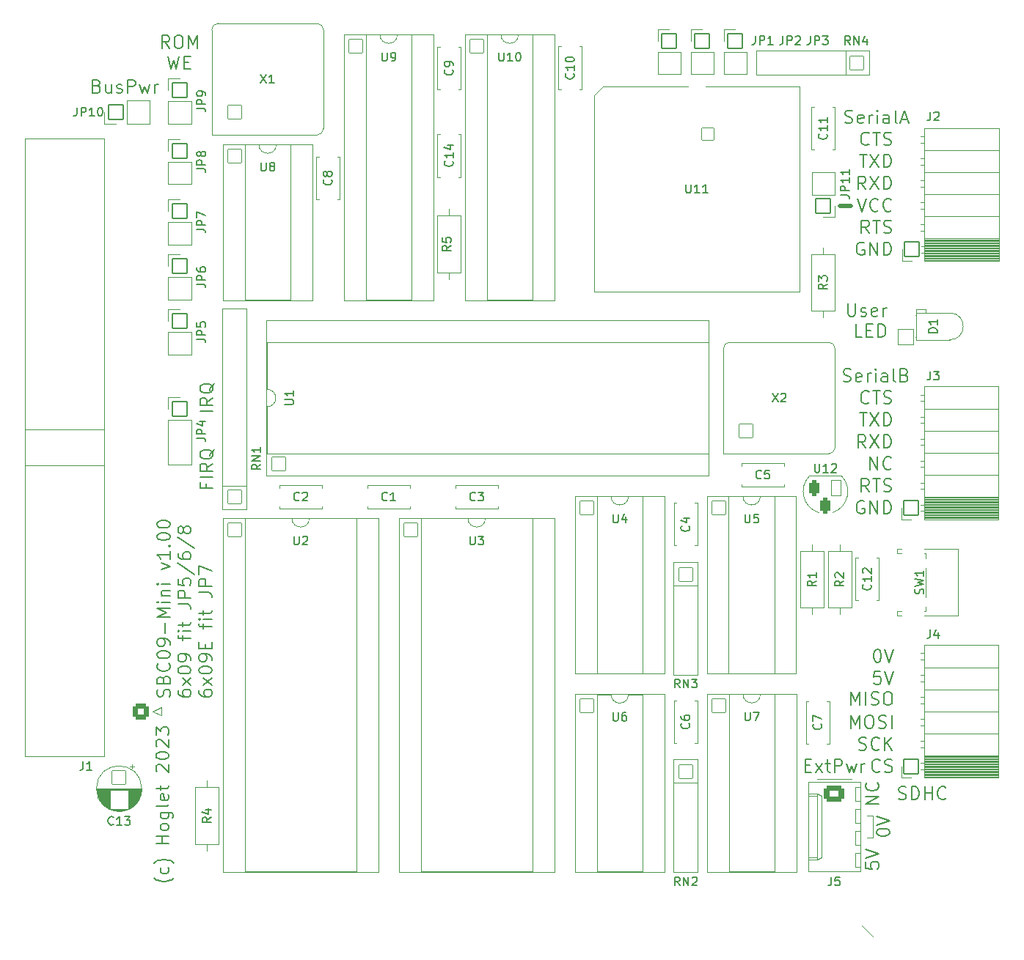
<source format=gto>
G04 #@! TF.GenerationSoftware,KiCad,Pcbnew,6.0.4-6f826c9f35~116~ubuntu18.04.1*
G04 #@! TF.CreationDate,2023-06-15T13:07:36+01:00*
G04 #@! TF.ProjectId,sbc09,73626330-392e-46b6-9963-61645f706362,rev?*
G04 #@! TF.SameCoordinates,Original*
G04 #@! TF.FileFunction,Legend,Top*
G04 #@! TF.FilePolarity,Positive*
%FSLAX46Y46*%
G04 Gerber Fmt 4.6, Leading zero omitted, Abs format (unit mm)*
G04 Created by KiCad (PCBNEW 6.0.4-6f826c9f35~116~ubuntu18.04.1) date 2023-06-15 13:07:36*
%MOMM*%
%LPD*%
G01*
G04 APERTURE LIST*
G04 Aperture macros list*
%AMRoundRect*
0 Rectangle with rounded corners*
0 $1 Rounding radius*
0 $2 $3 $4 $5 $6 $7 $8 $9 X,Y pos of 4 corners*
0 Add a 4 corners polygon primitive as box body*
4,1,4,$2,$3,$4,$5,$6,$7,$8,$9,$2,$3,0*
0 Add four circle primitives for the rounded corners*
1,1,$1+$1,$2,$3*
1,1,$1+$1,$4,$5*
1,1,$1+$1,$6,$7*
1,1,$1+$1,$8,$9*
0 Add four rect primitives between the rounded corners*
20,1,$1+$1,$2,$3,$4,$5,0*
20,1,$1+$1,$4,$5,$6,$7,0*
20,1,$1+$1,$6,$7,$8,$9,0*
20,1,$1+$1,$8,$9,$2,$3,0*%
G04 Aperture macros list end*
%ADD10C,0.120000*%
%ADD11C,0.508000*%
%ADD12C,0.200000*%
%ADD13C,0.150000*%
%ADD14RoundRect,0.050800X-0.850000X-0.850000X0.850000X-0.850000X0.850000X0.850000X-0.850000X0.850000X0*%
%ADD15O,1.801600X1.801600*%
%ADD16RoundRect,0.050800X0.850000X-0.850000X0.850000X0.850000X-0.850000X0.850000X-0.850000X-0.850000X0*%
%ADD17C,1.701600*%
%ADD18O,1.701600X1.701600*%
%ADD19RoundRect,0.050800X-0.800000X-0.800000X0.800000X-0.800000X0.800000X0.800000X-0.800000X0.800000X0*%
%ADD20RoundRect,0.300800X0.600000X0.600000X-0.600000X0.600000X-0.600000X-0.600000X0.600000X-0.600000X0*%
%ADD21C,1.801600*%
%ADD22C,2.801600*%
%ADD23RoundRect,0.300800X-0.845000X0.620000X-0.845000X-0.620000X0.845000X-0.620000X0.845000X0.620000X0*%
%ADD24O,2.291600X1.841600*%
%ADD25RoundRect,0.050800X-0.800000X0.800000X-0.800000X-0.800000X0.800000X-0.800000X0.800000X0.800000X0*%
%ADD26RoundRect,0.050800X0.800000X-0.800000X0.800000X0.800000X-0.800000X0.800000X-0.800000X-0.800000X0*%
%ADD27RoundRect,0.050800X-0.711200X-0.711200X0.711200X-0.711200X0.711200X0.711200X-0.711200X0.711200X0*%
%ADD28C,1.524000*%
%ADD29RoundRect,0.050800X0.850000X0.850000X-0.850000X0.850000X-0.850000X-0.850000X0.850000X-0.850000X0*%
%ADD30RoundRect,0.050800X0.900000X-0.900000X0.900000X0.900000X-0.900000X0.900000X-0.900000X-0.900000X0*%
%ADD31C,1.901600*%
%ADD32C,2.201600*%
%ADD33C,1.851600*%
%ADD34RoundRect,0.050800X0.800000X0.800000X-0.800000X0.800000X-0.800000X-0.800000X0.800000X-0.800000X0*%
%ADD35RoundRect,0.050800X0.550000X0.900000X-0.550000X0.900000X-0.550000X-0.900000X0.550000X-0.900000X0*%
%ADD36RoundRect,0.325800X0.275000X0.625000X-0.275000X0.625000X-0.275000X-0.625000X0.275000X-0.625000X0*%
G04 APERTURE END LIST*
D10*
X187960000Y-137160000D02*
X187960000Y-139700000D01*
X187325000Y-139700000D02*
X187960000Y-139700000D01*
D11*
X184150000Y-66675000D02*
X185420000Y-66675000D01*
D10*
X187325000Y-137160000D02*
X187960000Y-137160000D01*
X186690000Y-149860000D02*
X187960000Y-151130000D01*
D12*
X185425571Y-124376571D02*
X185425571Y-122876571D01*
X185925571Y-123948000D01*
X186425571Y-122876571D01*
X186425571Y-124376571D01*
X187139857Y-124376571D02*
X187139857Y-122876571D01*
X187782714Y-124305142D02*
X187997000Y-124376571D01*
X188354142Y-124376571D01*
X188497000Y-124305142D01*
X188568428Y-124233714D01*
X188639857Y-124090857D01*
X188639857Y-123948000D01*
X188568428Y-123805142D01*
X188497000Y-123733714D01*
X188354142Y-123662285D01*
X188068428Y-123590857D01*
X187925571Y-123519428D01*
X187854142Y-123448000D01*
X187782714Y-123305142D01*
X187782714Y-123162285D01*
X187854142Y-123019428D01*
X187925571Y-122948000D01*
X188068428Y-122876571D01*
X188425571Y-122876571D01*
X188639857Y-122948000D01*
X189568428Y-122876571D02*
X189854142Y-122876571D01*
X189997000Y-122948000D01*
X190139857Y-123090857D01*
X190211285Y-123376571D01*
X190211285Y-123876571D01*
X190139857Y-124162285D01*
X189997000Y-124305142D01*
X189854142Y-124376571D01*
X189568428Y-124376571D01*
X189425571Y-124305142D01*
X189282714Y-124162285D01*
X189211285Y-123876571D01*
X189211285Y-123376571D01*
X189282714Y-123090857D01*
X189425571Y-122948000D01*
X189568428Y-122876571D01*
X187512857Y-59565714D02*
X187441428Y-59637142D01*
X187227142Y-59708571D01*
X187084285Y-59708571D01*
X186870000Y-59637142D01*
X186727142Y-59494285D01*
X186655714Y-59351428D01*
X186584285Y-59065714D01*
X186584285Y-58851428D01*
X186655714Y-58565714D01*
X186727142Y-58422857D01*
X186870000Y-58280000D01*
X187084285Y-58208571D01*
X187227142Y-58208571D01*
X187441428Y-58280000D01*
X187512857Y-58351428D01*
X187941428Y-58208571D02*
X188798571Y-58208571D01*
X188370000Y-59708571D02*
X188370000Y-58208571D01*
X189227142Y-59637142D02*
X189441428Y-59708571D01*
X189798571Y-59708571D01*
X189941428Y-59637142D01*
X190012857Y-59565714D01*
X190084285Y-59422857D01*
X190084285Y-59280000D01*
X190012857Y-59137142D01*
X189941428Y-59065714D01*
X189798571Y-58994285D01*
X189512857Y-58922857D01*
X189370000Y-58851428D01*
X189298571Y-58780000D01*
X189227142Y-58637142D01*
X189227142Y-58494285D01*
X189298571Y-58351428D01*
X189370000Y-58280000D01*
X189512857Y-58208571D01*
X189870000Y-58208571D01*
X190084285Y-58280000D01*
X180157857Y-131337857D02*
X180657857Y-131337857D01*
X180872142Y-132123571D02*
X180157857Y-132123571D01*
X180157857Y-130623571D01*
X180872142Y-130623571D01*
X181372142Y-132123571D02*
X182157857Y-131123571D01*
X181372142Y-131123571D02*
X182157857Y-132123571D01*
X182515000Y-131123571D02*
X183086428Y-131123571D01*
X182729285Y-130623571D02*
X182729285Y-131909285D01*
X182800714Y-132052142D01*
X182943571Y-132123571D01*
X183086428Y-132123571D01*
X183586428Y-132123571D02*
X183586428Y-130623571D01*
X184157857Y-130623571D01*
X184300714Y-130695000D01*
X184372142Y-130766428D01*
X184443571Y-130909285D01*
X184443571Y-131123571D01*
X184372142Y-131266428D01*
X184300714Y-131337857D01*
X184157857Y-131409285D01*
X183586428Y-131409285D01*
X184943571Y-131123571D02*
X185229285Y-132123571D01*
X185515000Y-131409285D01*
X185800714Y-132123571D01*
X186086428Y-131123571D01*
X186657857Y-132123571D02*
X186657857Y-131123571D01*
X186657857Y-131409285D02*
X186729285Y-131266428D01*
X186800714Y-131195000D01*
X186943571Y-131123571D01*
X187086428Y-131123571D01*
X187512857Y-99738571D02*
X187012857Y-99024285D01*
X186655714Y-99738571D02*
X186655714Y-98238571D01*
X187227142Y-98238571D01*
X187370000Y-98310000D01*
X187441428Y-98381428D01*
X187512857Y-98524285D01*
X187512857Y-98738571D01*
X187441428Y-98881428D01*
X187370000Y-98952857D01*
X187227142Y-99024285D01*
X186655714Y-99024285D01*
X187941428Y-98238571D02*
X188798571Y-98238571D01*
X188370000Y-99738571D02*
X188370000Y-98238571D01*
X189227142Y-99667142D02*
X189441428Y-99738571D01*
X189798571Y-99738571D01*
X189941428Y-99667142D01*
X190012857Y-99595714D01*
X190084285Y-99452857D01*
X190084285Y-99310000D01*
X190012857Y-99167142D01*
X189941428Y-99095714D01*
X189798571Y-99024285D01*
X189512857Y-98952857D01*
X189370000Y-98881428D01*
X189298571Y-98810000D01*
X189227142Y-98667142D01*
X189227142Y-98524285D01*
X189298571Y-98381428D01*
X189370000Y-98310000D01*
X189512857Y-98238571D01*
X189870000Y-98238571D01*
X190084285Y-98310000D01*
X187512857Y-89435714D02*
X187441428Y-89507142D01*
X187227142Y-89578571D01*
X187084285Y-89578571D01*
X186870000Y-89507142D01*
X186727142Y-89364285D01*
X186655714Y-89221428D01*
X186584285Y-88935714D01*
X186584285Y-88721428D01*
X186655714Y-88435714D01*
X186727142Y-88292857D01*
X186870000Y-88150000D01*
X187084285Y-88078571D01*
X187227142Y-88078571D01*
X187441428Y-88150000D01*
X187512857Y-88221428D01*
X187941428Y-88078571D02*
X188798571Y-88078571D01*
X188370000Y-89578571D02*
X188370000Y-88078571D01*
X189227142Y-89507142D02*
X189441428Y-89578571D01*
X189798571Y-89578571D01*
X189941428Y-89507142D01*
X190012857Y-89435714D01*
X190084285Y-89292857D01*
X190084285Y-89150000D01*
X190012857Y-89007142D01*
X189941428Y-88935714D01*
X189798571Y-88864285D01*
X189512857Y-88792857D01*
X189370000Y-88721428D01*
X189298571Y-88650000D01*
X189227142Y-88507142D01*
X189227142Y-88364285D01*
X189298571Y-88221428D01*
X189370000Y-88150000D01*
X189512857Y-88078571D01*
X189870000Y-88078571D01*
X190084285Y-88150000D01*
D13*
X111017857Y-98833571D02*
X111017857Y-99333571D01*
X111803571Y-99333571D02*
X110303571Y-99333571D01*
X110303571Y-98619285D01*
X111803571Y-98047857D02*
X110303571Y-98047857D01*
X111803571Y-96476428D02*
X111089285Y-96976428D01*
X111803571Y-97333571D02*
X110303571Y-97333571D01*
X110303571Y-96762142D01*
X110375000Y-96619285D01*
X110446428Y-96547857D01*
X110589285Y-96476428D01*
X110803571Y-96476428D01*
X110946428Y-96547857D01*
X111017857Y-96619285D01*
X111089285Y-96762142D01*
X111089285Y-97333571D01*
X111946428Y-94833571D02*
X111875000Y-94976428D01*
X111732142Y-95119285D01*
X111517857Y-95333571D01*
X111446428Y-95476428D01*
X111446428Y-95619285D01*
X111803571Y-95547857D02*
X111732142Y-95690714D01*
X111589285Y-95833571D01*
X111303571Y-95905000D01*
X110803571Y-95905000D01*
X110517857Y-95833571D01*
X110375000Y-95690714D01*
X110303571Y-95547857D01*
X110303571Y-95262142D01*
X110375000Y-95119285D01*
X110517857Y-94976428D01*
X110803571Y-94905000D01*
X111303571Y-94905000D01*
X111589285Y-94976428D01*
X111732142Y-95119285D01*
X111803571Y-95262142D01*
X111803571Y-95547857D01*
D12*
X187155714Y-94658571D02*
X186655714Y-93944285D01*
X186298571Y-94658571D02*
X186298571Y-93158571D01*
X186870000Y-93158571D01*
X187012857Y-93230000D01*
X187084285Y-93301428D01*
X187155714Y-93444285D01*
X187155714Y-93658571D01*
X187084285Y-93801428D01*
X187012857Y-93872857D01*
X186870000Y-93944285D01*
X186298571Y-93944285D01*
X187655714Y-93158571D02*
X188655714Y-94658571D01*
X188655714Y-93158571D02*
X187655714Y-94658571D01*
X189227142Y-94658571D02*
X189227142Y-93158571D01*
X189584285Y-93158571D01*
X189798571Y-93230000D01*
X189941428Y-93372857D01*
X190012857Y-93515714D01*
X190084285Y-93801428D01*
X190084285Y-94015714D01*
X190012857Y-94301428D01*
X189941428Y-94444285D01*
X189798571Y-94587142D01*
X189584285Y-94658571D01*
X189227142Y-94658571D01*
X184775000Y-57097142D02*
X184989285Y-57168571D01*
X185346428Y-57168571D01*
X185489285Y-57097142D01*
X185560714Y-57025714D01*
X185632142Y-56882857D01*
X185632142Y-56740000D01*
X185560714Y-56597142D01*
X185489285Y-56525714D01*
X185346428Y-56454285D01*
X185060714Y-56382857D01*
X184917857Y-56311428D01*
X184846428Y-56240000D01*
X184775000Y-56097142D01*
X184775000Y-55954285D01*
X184846428Y-55811428D01*
X184917857Y-55740000D01*
X185060714Y-55668571D01*
X185417857Y-55668571D01*
X185632142Y-55740000D01*
X186846428Y-57097142D02*
X186703571Y-57168571D01*
X186417857Y-57168571D01*
X186275000Y-57097142D01*
X186203571Y-56954285D01*
X186203571Y-56382857D01*
X186275000Y-56240000D01*
X186417857Y-56168571D01*
X186703571Y-56168571D01*
X186846428Y-56240000D01*
X186917857Y-56382857D01*
X186917857Y-56525714D01*
X186203571Y-56668571D01*
X187560714Y-57168571D02*
X187560714Y-56168571D01*
X187560714Y-56454285D02*
X187632142Y-56311428D01*
X187703571Y-56240000D01*
X187846428Y-56168571D01*
X187989285Y-56168571D01*
X188489285Y-57168571D02*
X188489285Y-56168571D01*
X188489285Y-55668571D02*
X188417857Y-55740000D01*
X188489285Y-55811428D01*
X188560714Y-55740000D01*
X188489285Y-55668571D01*
X188489285Y-55811428D01*
X189846428Y-57168571D02*
X189846428Y-56382857D01*
X189775000Y-56240000D01*
X189632142Y-56168571D01*
X189346428Y-56168571D01*
X189203571Y-56240000D01*
X189846428Y-57097142D02*
X189703571Y-57168571D01*
X189346428Y-57168571D01*
X189203571Y-57097142D01*
X189132142Y-56954285D01*
X189132142Y-56811428D01*
X189203571Y-56668571D01*
X189346428Y-56597142D01*
X189703571Y-56597142D01*
X189846428Y-56525714D01*
X190775000Y-57168571D02*
X190632142Y-57097142D01*
X190560714Y-56954285D01*
X190560714Y-55668571D01*
X191275000Y-56740000D02*
X191989285Y-56740000D01*
X191132142Y-57168571D02*
X191632142Y-55668571D01*
X192132142Y-57168571D01*
X185092142Y-77956071D02*
X185092142Y-79170357D01*
X185163571Y-79313214D01*
X185235000Y-79384642D01*
X185377857Y-79456071D01*
X185663571Y-79456071D01*
X185806428Y-79384642D01*
X185877857Y-79313214D01*
X185949285Y-79170357D01*
X185949285Y-77956071D01*
X186592142Y-79384642D02*
X186735000Y-79456071D01*
X187020714Y-79456071D01*
X187163571Y-79384642D01*
X187235000Y-79241785D01*
X187235000Y-79170357D01*
X187163571Y-79027500D01*
X187020714Y-78956071D01*
X186806428Y-78956071D01*
X186663571Y-78884642D01*
X186592142Y-78741785D01*
X186592142Y-78670357D01*
X186663571Y-78527500D01*
X186806428Y-78456071D01*
X187020714Y-78456071D01*
X187163571Y-78527500D01*
X188449285Y-79384642D02*
X188306428Y-79456071D01*
X188020714Y-79456071D01*
X187877857Y-79384642D01*
X187806428Y-79241785D01*
X187806428Y-78670357D01*
X187877857Y-78527500D01*
X188020714Y-78456071D01*
X188306428Y-78456071D01*
X188449285Y-78527500D01*
X188520714Y-78670357D01*
X188520714Y-78813214D01*
X187806428Y-78956071D01*
X189163571Y-79456071D02*
X189163571Y-78456071D01*
X189163571Y-78741785D02*
X189235000Y-78598928D01*
X189306428Y-78527500D01*
X189449285Y-78456071D01*
X189592142Y-78456071D01*
X186735000Y-81871071D02*
X186020714Y-81871071D01*
X186020714Y-80371071D01*
X187235000Y-81085357D02*
X187735000Y-81085357D01*
X187949285Y-81871071D02*
X187235000Y-81871071D01*
X187235000Y-80371071D01*
X187949285Y-80371071D01*
X188592142Y-81871071D02*
X188592142Y-80371071D01*
X188949285Y-80371071D01*
X189163571Y-80442500D01*
X189306428Y-80585357D01*
X189377857Y-80728214D01*
X189449285Y-81013928D01*
X189449285Y-81228214D01*
X189377857Y-81513928D01*
X189306428Y-81656785D01*
X189163571Y-81799642D01*
X188949285Y-81871071D01*
X188592142Y-81871071D01*
X186227142Y-65853571D02*
X186727142Y-67353571D01*
X187227142Y-65853571D01*
X188584285Y-67210714D02*
X188512857Y-67282142D01*
X188298571Y-67353571D01*
X188155714Y-67353571D01*
X187941428Y-67282142D01*
X187798571Y-67139285D01*
X187727142Y-66996428D01*
X187655714Y-66710714D01*
X187655714Y-66496428D01*
X187727142Y-66210714D01*
X187798571Y-66067857D01*
X187941428Y-65925000D01*
X188155714Y-65853571D01*
X188298571Y-65853571D01*
X188512857Y-65925000D01*
X188584285Y-65996428D01*
X190084285Y-67210714D02*
X190012857Y-67282142D01*
X189798571Y-67353571D01*
X189655714Y-67353571D01*
X189441428Y-67282142D01*
X189298571Y-67139285D01*
X189227142Y-66996428D01*
X189155714Y-66710714D01*
X189155714Y-66496428D01*
X189227142Y-66210714D01*
X189298571Y-66067857D01*
X189441428Y-65925000D01*
X189655714Y-65853571D01*
X189798571Y-65853571D01*
X190012857Y-65925000D01*
X190084285Y-65996428D01*
X187512857Y-69868571D02*
X187012857Y-69154285D01*
X186655714Y-69868571D02*
X186655714Y-68368571D01*
X187227142Y-68368571D01*
X187370000Y-68440000D01*
X187441428Y-68511428D01*
X187512857Y-68654285D01*
X187512857Y-68868571D01*
X187441428Y-69011428D01*
X187370000Y-69082857D01*
X187227142Y-69154285D01*
X186655714Y-69154285D01*
X187941428Y-68368571D02*
X188798571Y-68368571D01*
X188370000Y-69868571D02*
X188370000Y-68368571D01*
X189227142Y-69797142D02*
X189441428Y-69868571D01*
X189798571Y-69868571D01*
X189941428Y-69797142D01*
X190012857Y-69725714D01*
X190084285Y-69582857D01*
X190084285Y-69440000D01*
X190012857Y-69297142D01*
X189941428Y-69225714D01*
X189798571Y-69154285D01*
X189512857Y-69082857D01*
X189370000Y-69011428D01*
X189298571Y-68940000D01*
X189227142Y-68797142D01*
X189227142Y-68654285D01*
X189298571Y-68511428D01*
X189370000Y-68440000D01*
X189512857Y-68368571D01*
X189870000Y-68368571D01*
X190084285Y-68440000D01*
X187155714Y-64788571D02*
X186655714Y-64074285D01*
X186298571Y-64788571D02*
X186298571Y-63288571D01*
X186870000Y-63288571D01*
X187012857Y-63360000D01*
X187084285Y-63431428D01*
X187155714Y-63574285D01*
X187155714Y-63788571D01*
X187084285Y-63931428D01*
X187012857Y-64002857D01*
X186870000Y-64074285D01*
X186298571Y-64074285D01*
X187655714Y-63288571D02*
X188655714Y-64788571D01*
X188655714Y-63288571D02*
X187655714Y-64788571D01*
X189227142Y-64788571D02*
X189227142Y-63288571D01*
X189584285Y-63288571D01*
X189798571Y-63360000D01*
X189941428Y-63502857D01*
X190012857Y-63645714D01*
X190084285Y-63931428D01*
X190084285Y-64145714D01*
X190012857Y-64431428D01*
X189941428Y-64574285D01*
X189798571Y-64717142D01*
X189584285Y-64788571D01*
X189227142Y-64788571D01*
X190960714Y-135227142D02*
X191175000Y-135298571D01*
X191532142Y-135298571D01*
X191675000Y-135227142D01*
X191746428Y-135155714D01*
X191817857Y-135012857D01*
X191817857Y-134870000D01*
X191746428Y-134727142D01*
X191675000Y-134655714D01*
X191532142Y-134584285D01*
X191246428Y-134512857D01*
X191103571Y-134441428D01*
X191032142Y-134370000D01*
X190960714Y-134227142D01*
X190960714Y-134084285D01*
X191032142Y-133941428D01*
X191103571Y-133870000D01*
X191246428Y-133798571D01*
X191603571Y-133798571D01*
X191817857Y-133870000D01*
X192460714Y-135298571D02*
X192460714Y-133798571D01*
X192817857Y-133798571D01*
X193032142Y-133870000D01*
X193175000Y-134012857D01*
X193246428Y-134155714D01*
X193317857Y-134441428D01*
X193317857Y-134655714D01*
X193246428Y-134941428D01*
X193175000Y-135084285D01*
X193032142Y-135227142D01*
X192817857Y-135298571D01*
X192460714Y-135298571D01*
X193960714Y-135298571D02*
X193960714Y-133798571D01*
X193960714Y-134512857D02*
X194817857Y-134512857D01*
X194817857Y-135298571D02*
X194817857Y-133798571D01*
X196389285Y-135155714D02*
X196317857Y-135227142D01*
X196103571Y-135298571D01*
X195960714Y-135298571D01*
X195746428Y-135227142D01*
X195603571Y-135084285D01*
X195532142Y-134941428D01*
X195460714Y-134655714D01*
X195460714Y-134441428D01*
X195532142Y-134155714D01*
X195603571Y-134012857D01*
X195746428Y-133870000D01*
X195960714Y-133798571D01*
X196103571Y-133798571D01*
X196317857Y-133870000D01*
X196389285Y-133941428D01*
X188425571Y-117923571D02*
X188568428Y-117923571D01*
X188711285Y-117995000D01*
X188782714Y-118066428D01*
X188854142Y-118209285D01*
X188925571Y-118495000D01*
X188925571Y-118852142D01*
X188854142Y-119137857D01*
X188782714Y-119280714D01*
X188711285Y-119352142D01*
X188568428Y-119423571D01*
X188425571Y-119423571D01*
X188282714Y-119352142D01*
X188211285Y-119280714D01*
X188139857Y-119137857D01*
X188068428Y-118852142D01*
X188068428Y-118495000D01*
X188139857Y-118209285D01*
X188211285Y-118066428D01*
X188282714Y-117995000D01*
X188425571Y-117923571D01*
X189354142Y-117923571D02*
X189854142Y-119423571D01*
X190354142Y-117923571D01*
X98421428Y-52851857D02*
X98635714Y-52923285D01*
X98707142Y-52994714D01*
X98778571Y-53137571D01*
X98778571Y-53351857D01*
X98707142Y-53494714D01*
X98635714Y-53566142D01*
X98492857Y-53637571D01*
X97921428Y-53637571D01*
X97921428Y-52137571D01*
X98421428Y-52137571D01*
X98564285Y-52209000D01*
X98635714Y-52280428D01*
X98707142Y-52423285D01*
X98707142Y-52566142D01*
X98635714Y-52709000D01*
X98564285Y-52780428D01*
X98421428Y-52851857D01*
X97921428Y-52851857D01*
X100064285Y-52637571D02*
X100064285Y-53637571D01*
X99421428Y-52637571D02*
X99421428Y-53423285D01*
X99492857Y-53566142D01*
X99635714Y-53637571D01*
X99850000Y-53637571D01*
X99992857Y-53566142D01*
X100064285Y-53494714D01*
X100707142Y-53566142D02*
X100850000Y-53637571D01*
X101135714Y-53637571D01*
X101278571Y-53566142D01*
X101350000Y-53423285D01*
X101350000Y-53351857D01*
X101278571Y-53209000D01*
X101135714Y-53137571D01*
X100921428Y-53137571D01*
X100778571Y-53066142D01*
X100707142Y-52923285D01*
X100707142Y-52851857D01*
X100778571Y-52709000D01*
X100921428Y-52637571D01*
X101135714Y-52637571D01*
X101278571Y-52709000D01*
X101992857Y-53637571D02*
X101992857Y-52137571D01*
X102564285Y-52137571D01*
X102707142Y-52209000D01*
X102778571Y-52280428D01*
X102850000Y-52423285D01*
X102850000Y-52637571D01*
X102778571Y-52780428D01*
X102707142Y-52851857D01*
X102564285Y-52923285D01*
X101992857Y-52923285D01*
X103350000Y-52637571D02*
X103635714Y-53637571D01*
X103921428Y-52923285D01*
X104207142Y-53637571D01*
X104492857Y-52637571D01*
X105064285Y-53637571D02*
X105064285Y-52637571D01*
X105064285Y-52923285D02*
X105135714Y-52780428D01*
X105207142Y-52709000D01*
X105350000Y-52637571D01*
X105492857Y-52637571D01*
X188638571Y-135798571D02*
X187138571Y-135798571D01*
X188638571Y-134941428D01*
X187138571Y-134941428D01*
X188495714Y-133370000D02*
X188567142Y-133441428D01*
X188638571Y-133655714D01*
X188638571Y-133798571D01*
X188567142Y-134012857D01*
X188424285Y-134155714D01*
X188281428Y-134227142D01*
X187995714Y-134298571D01*
X187781428Y-134298571D01*
X187495714Y-134227142D01*
X187352857Y-134155714D01*
X187210000Y-134012857D01*
X187138571Y-133798571D01*
X187138571Y-133655714D01*
X187210000Y-133441428D01*
X187281428Y-133370000D01*
X106777142Y-123409285D02*
X106848571Y-123195000D01*
X106848571Y-122837857D01*
X106777142Y-122695000D01*
X106705714Y-122623571D01*
X106562857Y-122552142D01*
X106420000Y-122552142D01*
X106277142Y-122623571D01*
X106205714Y-122695000D01*
X106134285Y-122837857D01*
X106062857Y-123123571D01*
X105991428Y-123266428D01*
X105920000Y-123337857D01*
X105777142Y-123409285D01*
X105634285Y-123409285D01*
X105491428Y-123337857D01*
X105420000Y-123266428D01*
X105348571Y-123123571D01*
X105348571Y-122766428D01*
X105420000Y-122552142D01*
X106062857Y-121409285D02*
X106134285Y-121195000D01*
X106205714Y-121123571D01*
X106348571Y-121052142D01*
X106562857Y-121052142D01*
X106705714Y-121123571D01*
X106777142Y-121195000D01*
X106848571Y-121337857D01*
X106848571Y-121909285D01*
X105348571Y-121909285D01*
X105348571Y-121409285D01*
X105420000Y-121266428D01*
X105491428Y-121195000D01*
X105634285Y-121123571D01*
X105777142Y-121123571D01*
X105920000Y-121195000D01*
X105991428Y-121266428D01*
X106062857Y-121409285D01*
X106062857Y-121909285D01*
X106705714Y-119552142D02*
X106777142Y-119623571D01*
X106848571Y-119837857D01*
X106848571Y-119980714D01*
X106777142Y-120195000D01*
X106634285Y-120337857D01*
X106491428Y-120409285D01*
X106205714Y-120480714D01*
X105991428Y-120480714D01*
X105705714Y-120409285D01*
X105562857Y-120337857D01*
X105420000Y-120195000D01*
X105348571Y-119980714D01*
X105348571Y-119837857D01*
X105420000Y-119623571D01*
X105491428Y-119552142D01*
X105348571Y-118623571D02*
X105348571Y-118480714D01*
X105420000Y-118337857D01*
X105491428Y-118266428D01*
X105634285Y-118195000D01*
X105920000Y-118123571D01*
X106277142Y-118123571D01*
X106562857Y-118195000D01*
X106705714Y-118266428D01*
X106777142Y-118337857D01*
X106848571Y-118480714D01*
X106848571Y-118623571D01*
X106777142Y-118766428D01*
X106705714Y-118837857D01*
X106562857Y-118909285D01*
X106277142Y-118980714D01*
X105920000Y-118980714D01*
X105634285Y-118909285D01*
X105491428Y-118837857D01*
X105420000Y-118766428D01*
X105348571Y-118623571D01*
X106848571Y-117409285D02*
X106848571Y-117123571D01*
X106777142Y-116980714D01*
X106705714Y-116909285D01*
X106491428Y-116766428D01*
X106205714Y-116695000D01*
X105634285Y-116695000D01*
X105491428Y-116766428D01*
X105420000Y-116837857D01*
X105348571Y-116980714D01*
X105348571Y-117266428D01*
X105420000Y-117409285D01*
X105491428Y-117480714D01*
X105634285Y-117552142D01*
X105991428Y-117552142D01*
X106134285Y-117480714D01*
X106205714Y-117409285D01*
X106277142Y-117266428D01*
X106277142Y-116980714D01*
X106205714Y-116837857D01*
X106134285Y-116766428D01*
X105991428Y-116695000D01*
X106277142Y-116052142D02*
X106277142Y-114909285D01*
X106848571Y-114195000D02*
X105348571Y-114195000D01*
X106420000Y-113695000D01*
X105348571Y-113195000D01*
X106848571Y-113195000D01*
X106848571Y-112480714D02*
X105848571Y-112480714D01*
X105348571Y-112480714D02*
X105420000Y-112552142D01*
X105491428Y-112480714D01*
X105420000Y-112409285D01*
X105348571Y-112480714D01*
X105491428Y-112480714D01*
X105848571Y-111766428D02*
X106848571Y-111766428D01*
X105991428Y-111766428D02*
X105920000Y-111695000D01*
X105848571Y-111552142D01*
X105848571Y-111337857D01*
X105920000Y-111195000D01*
X106062857Y-111123571D01*
X106848571Y-111123571D01*
X106848571Y-110409285D02*
X105848571Y-110409285D01*
X105348571Y-110409285D02*
X105420000Y-110480714D01*
X105491428Y-110409285D01*
X105420000Y-110337857D01*
X105348571Y-110409285D01*
X105491428Y-110409285D01*
X105848571Y-108695000D02*
X106848571Y-108337857D01*
X105848571Y-107980714D01*
X106848571Y-106623571D02*
X106848571Y-107480714D01*
X106848571Y-107052142D02*
X105348571Y-107052142D01*
X105562857Y-107195000D01*
X105705714Y-107337857D01*
X105777142Y-107480714D01*
X106705714Y-105980714D02*
X106777142Y-105909285D01*
X106848571Y-105980714D01*
X106777142Y-106052142D01*
X106705714Y-105980714D01*
X106848571Y-105980714D01*
X105348571Y-104980714D02*
X105348571Y-104837857D01*
X105420000Y-104695000D01*
X105491428Y-104623571D01*
X105634285Y-104552142D01*
X105920000Y-104480714D01*
X106277142Y-104480714D01*
X106562857Y-104552142D01*
X106705714Y-104623571D01*
X106777142Y-104695000D01*
X106848571Y-104837857D01*
X106848571Y-104980714D01*
X106777142Y-105123571D01*
X106705714Y-105195000D01*
X106562857Y-105266428D01*
X106277142Y-105337857D01*
X105920000Y-105337857D01*
X105634285Y-105266428D01*
X105491428Y-105195000D01*
X105420000Y-105123571D01*
X105348571Y-104980714D01*
X105348571Y-103552142D02*
X105348571Y-103409285D01*
X105420000Y-103266428D01*
X105491428Y-103195000D01*
X105634285Y-103123571D01*
X105920000Y-103052142D01*
X106277142Y-103052142D01*
X106562857Y-103123571D01*
X106705714Y-103195000D01*
X106777142Y-103266428D01*
X106848571Y-103409285D01*
X106848571Y-103552142D01*
X106777142Y-103695000D01*
X106705714Y-103766428D01*
X106562857Y-103837857D01*
X106277142Y-103909285D01*
X105920000Y-103909285D01*
X105634285Y-103837857D01*
X105491428Y-103766428D01*
X105420000Y-103695000D01*
X105348571Y-103552142D01*
X107763571Y-122695000D02*
X107763571Y-122980714D01*
X107835000Y-123123571D01*
X107906428Y-123195000D01*
X108120714Y-123337857D01*
X108406428Y-123409285D01*
X108977857Y-123409285D01*
X109120714Y-123337857D01*
X109192142Y-123266428D01*
X109263571Y-123123571D01*
X109263571Y-122837857D01*
X109192142Y-122695000D01*
X109120714Y-122623571D01*
X108977857Y-122552142D01*
X108620714Y-122552142D01*
X108477857Y-122623571D01*
X108406428Y-122695000D01*
X108335000Y-122837857D01*
X108335000Y-123123571D01*
X108406428Y-123266428D01*
X108477857Y-123337857D01*
X108620714Y-123409285D01*
X109263571Y-122052142D02*
X108263571Y-121266428D01*
X108263571Y-122052142D02*
X109263571Y-121266428D01*
X107763571Y-120409285D02*
X107763571Y-120266428D01*
X107835000Y-120123571D01*
X107906428Y-120052142D01*
X108049285Y-119980714D01*
X108335000Y-119909285D01*
X108692142Y-119909285D01*
X108977857Y-119980714D01*
X109120714Y-120052142D01*
X109192142Y-120123571D01*
X109263571Y-120266428D01*
X109263571Y-120409285D01*
X109192142Y-120552142D01*
X109120714Y-120623571D01*
X108977857Y-120695000D01*
X108692142Y-120766428D01*
X108335000Y-120766428D01*
X108049285Y-120695000D01*
X107906428Y-120623571D01*
X107835000Y-120552142D01*
X107763571Y-120409285D01*
X109263571Y-119195000D02*
X109263571Y-118909285D01*
X109192142Y-118766428D01*
X109120714Y-118695000D01*
X108906428Y-118552142D01*
X108620714Y-118480714D01*
X108049285Y-118480714D01*
X107906428Y-118552142D01*
X107835000Y-118623571D01*
X107763571Y-118766428D01*
X107763571Y-119052142D01*
X107835000Y-119195000D01*
X107906428Y-119266428D01*
X108049285Y-119337857D01*
X108406428Y-119337857D01*
X108549285Y-119266428D01*
X108620714Y-119195000D01*
X108692142Y-119052142D01*
X108692142Y-118766428D01*
X108620714Y-118623571D01*
X108549285Y-118552142D01*
X108406428Y-118480714D01*
X108263571Y-116909285D02*
X108263571Y-116337857D01*
X109263571Y-116695000D02*
X107977857Y-116695000D01*
X107835000Y-116623571D01*
X107763571Y-116480714D01*
X107763571Y-116337857D01*
X109263571Y-115837857D02*
X108263571Y-115837857D01*
X107763571Y-115837857D02*
X107835000Y-115909285D01*
X107906428Y-115837857D01*
X107835000Y-115766428D01*
X107763571Y-115837857D01*
X107906428Y-115837857D01*
X108263571Y-115337857D02*
X108263571Y-114766428D01*
X107763571Y-115123571D02*
X109049285Y-115123571D01*
X109192142Y-115052142D01*
X109263571Y-114909285D01*
X109263571Y-114766428D01*
X107763571Y-112695000D02*
X108835000Y-112695000D01*
X109049285Y-112766428D01*
X109192142Y-112909285D01*
X109263571Y-113123571D01*
X109263571Y-113266428D01*
X109263571Y-111980714D02*
X107763571Y-111980714D01*
X107763571Y-111409285D01*
X107835000Y-111266428D01*
X107906428Y-111195000D01*
X108049285Y-111123571D01*
X108263571Y-111123571D01*
X108406428Y-111195000D01*
X108477857Y-111266428D01*
X108549285Y-111409285D01*
X108549285Y-111980714D01*
X107763571Y-109766428D02*
X107763571Y-110480714D01*
X108477857Y-110552142D01*
X108406428Y-110480714D01*
X108335000Y-110337857D01*
X108335000Y-109980714D01*
X108406428Y-109837857D01*
X108477857Y-109766428D01*
X108620714Y-109695000D01*
X108977857Y-109695000D01*
X109120714Y-109766428D01*
X109192142Y-109837857D01*
X109263571Y-109980714D01*
X109263571Y-110337857D01*
X109192142Y-110480714D01*
X109120714Y-110552142D01*
X107692142Y-107980714D02*
X109620714Y-109266428D01*
X107763571Y-106837857D02*
X107763571Y-107123571D01*
X107835000Y-107266428D01*
X107906428Y-107337857D01*
X108120714Y-107480714D01*
X108406428Y-107552142D01*
X108977857Y-107552142D01*
X109120714Y-107480714D01*
X109192142Y-107409285D01*
X109263571Y-107266428D01*
X109263571Y-106980714D01*
X109192142Y-106837857D01*
X109120714Y-106766428D01*
X108977857Y-106695000D01*
X108620714Y-106695000D01*
X108477857Y-106766428D01*
X108406428Y-106837857D01*
X108335000Y-106980714D01*
X108335000Y-107266428D01*
X108406428Y-107409285D01*
X108477857Y-107480714D01*
X108620714Y-107552142D01*
X107692142Y-104980714D02*
X109620714Y-106266428D01*
X108406428Y-104266428D02*
X108335000Y-104409285D01*
X108263571Y-104480714D01*
X108120714Y-104552142D01*
X108049285Y-104552142D01*
X107906428Y-104480714D01*
X107835000Y-104409285D01*
X107763571Y-104266428D01*
X107763571Y-103980714D01*
X107835000Y-103837857D01*
X107906428Y-103766428D01*
X108049285Y-103695000D01*
X108120714Y-103695000D01*
X108263571Y-103766428D01*
X108335000Y-103837857D01*
X108406428Y-103980714D01*
X108406428Y-104266428D01*
X108477857Y-104409285D01*
X108549285Y-104480714D01*
X108692142Y-104552142D01*
X108977857Y-104552142D01*
X109120714Y-104480714D01*
X109192142Y-104409285D01*
X109263571Y-104266428D01*
X109263571Y-103980714D01*
X109192142Y-103837857D01*
X109120714Y-103766428D01*
X108977857Y-103695000D01*
X108692142Y-103695000D01*
X108549285Y-103766428D01*
X108477857Y-103837857D01*
X108406428Y-103980714D01*
X110178571Y-122695000D02*
X110178571Y-122980714D01*
X110250000Y-123123571D01*
X110321428Y-123195000D01*
X110535714Y-123337857D01*
X110821428Y-123409285D01*
X111392857Y-123409285D01*
X111535714Y-123337857D01*
X111607142Y-123266428D01*
X111678571Y-123123571D01*
X111678571Y-122837857D01*
X111607142Y-122695000D01*
X111535714Y-122623571D01*
X111392857Y-122552142D01*
X111035714Y-122552142D01*
X110892857Y-122623571D01*
X110821428Y-122695000D01*
X110750000Y-122837857D01*
X110750000Y-123123571D01*
X110821428Y-123266428D01*
X110892857Y-123337857D01*
X111035714Y-123409285D01*
X111678571Y-122052142D02*
X110678571Y-121266428D01*
X110678571Y-122052142D02*
X111678571Y-121266428D01*
X110178571Y-120409285D02*
X110178571Y-120266428D01*
X110250000Y-120123571D01*
X110321428Y-120052142D01*
X110464285Y-119980714D01*
X110750000Y-119909285D01*
X111107142Y-119909285D01*
X111392857Y-119980714D01*
X111535714Y-120052142D01*
X111607142Y-120123571D01*
X111678571Y-120266428D01*
X111678571Y-120409285D01*
X111607142Y-120552142D01*
X111535714Y-120623571D01*
X111392857Y-120695000D01*
X111107142Y-120766428D01*
X110750000Y-120766428D01*
X110464285Y-120695000D01*
X110321428Y-120623571D01*
X110250000Y-120552142D01*
X110178571Y-120409285D01*
X111678571Y-119195000D02*
X111678571Y-118909285D01*
X111607142Y-118766428D01*
X111535714Y-118695000D01*
X111321428Y-118552142D01*
X111035714Y-118480714D01*
X110464285Y-118480714D01*
X110321428Y-118552142D01*
X110250000Y-118623571D01*
X110178571Y-118766428D01*
X110178571Y-119052142D01*
X110250000Y-119195000D01*
X110321428Y-119266428D01*
X110464285Y-119337857D01*
X110821428Y-119337857D01*
X110964285Y-119266428D01*
X111035714Y-119195000D01*
X111107142Y-119052142D01*
X111107142Y-118766428D01*
X111035714Y-118623571D01*
X110964285Y-118552142D01*
X110821428Y-118480714D01*
X110892857Y-117837857D02*
X110892857Y-117337857D01*
X111678571Y-117123571D02*
X111678571Y-117837857D01*
X110178571Y-117837857D01*
X110178571Y-117123571D01*
X110678571Y-115552142D02*
X110678571Y-114980714D01*
X111678571Y-115337857D02*
X110392857Y-115337857D01*
X110250000Y-115266428D01*
X110178571Y-115123571D01*
X110178571Y-114980714D01*
X111678571Y-114480714D02*
X110678571Y-114480714D01*
X110178571Y-114480714D02*
X110250000Y-114552142D01*
X110321428Y-114480714D01*
X110250000Y-114409285D01*
X110178571Y-114480714D01*
X110321428Y-114480714D01*
X110678571Y-113980714D02*
X110678571Y-113409285D01*
X110178571Y-113766428D02*
X111464285Y-113766428D01*
X111607142Y-113695000D01*
X111678571Y-113552142D01*
X111678571Y-113409285D01*
X110178571Y-111337857D02*
X111250000Y-111337857D01*
X111464285Y-111409285D01*
X111607142Y-111552142D01*
X111678571Y-111766428D01*
X111678571Y-111909285D01*
X111678571Y-110623571D02*
X110178571Y-110623571D01*
X110178571Y-110052142D01*
X110250000Y-109909285D01*
X110321428Y-109837857D01*
X110464285Y-109766428D01*
X110678571Y-109766428D01*
X110821428Y-109837857D01*
X110892857Y-109909285D01*
X110964285Y-110052142D01*
X110964285Y-110623571D01*
X110178571Y-109266428D02*
X110178571Y-108266428D01*
X111678571Y-108909285D01*
X186441428Y-90618571D02*
X187298571Y-90618571D01*
X186870000Y-92118571D02*
X186870000Y-90618571D01*
X187655714Y-90618571D02*
X188655714Y-92118571D01*
X188655714Y-90618571D02*
X187655714Y-92118571D01*
X189227142Y-92118571D02*
X189227142Y-90618571D01*
X189584285Y-90618571D01*
X189798571Y-90690000D01*
X189941428Y-90832857D01*
X190012857Y-90975714D01*
X190084285Y-91261428D01*
X190084285Y-91475714D01*
X190012857Y-91761428D01*
X189941428Y-91904285D01*
X189798571Y-92047142D01*
X189584285Y-92118571D01*
X189227142Y-92118571D01*
D13*
X107295000Y-144354285D02*
X107223571Y-144425714D01*
X107009285Y-144568571D01*
X106866428Y-144640000D01*
X106652142Y-144711428D01*
X106295000Y-144782857D01*
X106009285Y-144782857D01*
X105652142Y-144711428D01*
X105437857Y-144640000D01*
X105295000Y-144568571D01*
X105080714Y-144425714D01*
X105009285Y-144354285D01*
X106652142Y-143140000D02*
X106723571Y-143282857D01*
X106723571Y-143568571D01*
X106652142Y-143711428D01*
X106580714Y-143782857D01*
X106437857Y-143854285D01*
X106009285Y-143854285D01*
X105866428Y-143782857D01*
X105795000Y-143711428D01*
X105723571Y-143568571D01*
X105723571Y-143282857D01*
X105795000Y-143140000D01*
X107295000Y-142640000D02*
X107223571Y-142568571D01*
X107009285Y-142425714D01*
X106866428Y-142354285D01*
X106652142Y-142282857D01*
X106295000Y-142211428D01*
X106009285Y-142211428D01*
X105652142Y-142282857D01*
X105437857Y-142354285D01*
X105295000Y-142425714D01*
X105080714Y-142568571D01*
X105009285Y-142640000D01*
X106723571Y-140354285D02*
X105223571Y-140354285D01*
X105937857Y-140354285D02*
X105937857Y-139497142D01*
X106723571Y-139497142D02*
X105223571Y-139497142D01*
X106723571Y-138568571D02*
X106652142Y-138711428D01*
X106580714Y-138782857D01*
X106437857Y-138854285D01*
X106009285Y-138854285D01*
X105866428Y-138782857D01*
X105795000Y-138711428D01*
X105723571Y-138568571D01*
X105723571Y-138354285D01*
X105795000Y-138211428D01*
X105866428Y-138140000D01*
X106009285Y-138068571D01*
X106437857Y-138068571D01*
X106580714Y-138140000D01*
X106652142Y-138211428D01*
X106723571Y-138354285D01*
X106723571Y-138568571D01*
X105723571Y-136782857D02*
X106937857Y-136782857D01*
X107080714Y-136854285D01*
X107152142Y-136925714D01*
X107223571Y-137068571D01*
X107223571Y-137282857D01*
X107152142Y-137425714D01*
X106652142Y-136782857D02*
X106723571Y-136925714D01*
X106723571Y-137211428D01*
X106652142Y-137354285D01*
X106580714Y-137425714D01*
X106437857Y-137497142D01*
X106009285Y-137497142D01*
X105866428Y-137425714D01*
X105795000Y-137354285D01*
X105723571Y-137211428D01*
X105723571Y-136925714D01*
X105795000Y-136782857D01*
X106723571Y-135854285D02*
X106652142Y-135997142D01*
X106509285Y-136068571D01*
X105223571Y-136068571D01*
X106652142Y-134711428D02*
X106723571Y-134854285D01*
X106723571Y-135140000D01*
X106652142Y-135282857D01*
X106509285Y-135354285D01*
X105937857Y-135354285D01*
X105795000Y-135282857D01*
X105723571Y-135140000D01*
X105723571Y-134854285D01*
X105795000Y-134711428D01*
X105937857Y-134640000D01*
X106080714Y-134640000D01*
X106223571Y-135354285D01*
X105723571Y-134211428D02*
X105723571Y-133640000D01*
X105223571Y-133997142D02*
X106509285Y-133997142D01*
X106652142Y-133925714D01*
X106723571Y-133782857D01*
X106723571Y-133640000D01*
X105366428Y-132068571D02*
X105295000Y-131997142D01*
X105223571Y-131854285D01*
X105223571Y-131497142D01*
X105295000Y-131354285D01*
X105366428Y-131282857D01*
X105509285Y-131211428D01*
X105652142Y-131211428D01*
X105866428Y-131282857D01*
X106723571Y-132140000D01*
X106723571Y-131211428D01*
X105223571Y-130282857D02*
X105223571Y-130140000D01*
X105295000Y-129997142D01*
X105366428Y-129925714D01*
X105509285Y-129854285D01*
X105795000Y-129782857D01*
X106152142Y-129782857D01*
X106437857Y-129854285D01*
X106580714Y-129925714D01*
X106652142Y-129997142D01*
X106723571Y-130140000D01*
X106723571Y-130282857D01*
X106652142Y-130425714D01*
X106580714Y-130497142D01*
X106437857Y-130568571D01*
X106152142Y-130640000D01*
X105795000Y-130640000D01*
X105509285Y-130568571D01*
X105366428Y-130497142D01*
X105295000Y-130425714D01*
X105223571Y-130282857D01*
X105366428Y-129211428D02*
X105295000Y-129140000D01*
X105223571Y-128997142D01*
X105223571Y-128640000D01*
X105295000Y-128497142D01*
X105366428Y-128425714D01*
X105509285Y-128354285D01*
X105652142Y-128354285D01*
X105866428Y-128425714D01*
X106723571Y-129282857D01*
X106723571Y-128354285D01*
X105223571Y-127854285D02*
X105223571Y-126925714D01*
X105795000Y-127425714D01*
X105795000Y-127211428D01*
X105866428Y-127068571D01*
X105937857Y-126997142D01*
X106080714Y-126925714D01*
X106437857Y-126925714D01*
X106580714Y-126997142D01*
X106652142Y-127068571D01*
X106723571Y-127211428D01*
X106723571Y-127640000D01*
X106652142Y-127782857D01*
X106580714Y-127854285D01*
D12*
X188782714Y-131980714D02*
X188711285Y-132052142D01*
X188497000Y-132123571D01*
X188354142Y-132123571D01*
X188139857Y-132052142D01*
X187997000Y-131909285D01*
X187925571Y-131766428D01*
X187854142Y-131480714D01*
X187854142Y-131266428D01*
X187925571Y-130980714D01*
X187997000Y-130837857D01*
X188139857Y-130695000D01*
X188354142Y-130623571D01*
X188497000Y-130623571D01*
X188711285Y-130695000D01*
X188782714Y-130766428D01*
X189354142Y-132052142D02*
X189568428Y-132123571D01*
X189925571Y-132123571D01*
X190068428Y-132052142D01*
X190139857Y-131980714D01*
X190211285Y-131837857D01*
X190211285Y-131695000D01*
X190139857Y-131552142D01*
X190068428Y-131480714D01*
X189925571Y-131409285D01*
X189639857Y-131337857D01*
X189497000Y-131266428D01*
X189425571Y-131195000D01*
X189354142Y-131052142D01*
X189354142Y-130909285D01*
X189425571Y-130766428D01*
X189497000Y-130695000D01*
X189639857Y-130623571D01*
X189997000Y-130623571D01*
X190211285Y-130695000D01*
X184560714Y-86967142D02*
X184775000Y-87038571D01*
X185132142Y-87038571D01*
X185275000Y-86967142D01*
X185346428Y-86895714D01*
X185417857Y-86752857D01*
X185417857Y-86610000D01*
X185346428Y-86467142D01*
X185275000Y-86395714D01*
X185132142Y-86324285D01*
X184846428Y-86252857D01*
X184703571Y-86181428D01*
X184632142Y-86110000D01*
X184560714Y-85967142D01*
X184560714Y-85824285D01*
X184632142Y-85681428D01*
X184703571Y-85610000D01*
X184846428Y-85538571D01*
X185203571Y-85538571D01*
X185417857Y-85610000D01*
X186632142Y-86967142D02*
X186489285Y-87038571D01*
X186203571Y-87038571D01*
X186060714Y-86967142D01*
X185989285Y-86824285D01*
X185989285Y-86252857D01*
X186060714Y-86110000D01*
X186203571Y-86038571D01*
X186489285Y-86038571D01*
X186632142Y-86110000D01*
X186703571Y-86252857D01*
X186703571Y-86395714D01*
X185989285Y-86538571D01*
X187346428Y-87038571D02*
X187346428Y-86038571D01*
X187346428Y-86324285D02*
X187417857Y-86181428D01*
X187489285Y-86110000D01*
X187632142Y-86038571D01*
X187775000Y-86038571D01*
X188275000Y-87038571D02*
X188275000Y-86038571D01*
X188275000Y-85538571D02*
X188203571Y-85610000D01*
X188275000Y-85681428D01*
X188346428Y-85610000D01*
X188275000Y-85538571D01*
X188275000Y-85681428D01*
X189632142Y-87038571D02*
X189632142Y-86252857D01*
X189560714Y-86110000D01*
X189417857Y-86038571D01*
X189132142Y-86038571D01*
X188989285Y-86110000D01*
X189632142Y-86967142D02*
X189489285Y-87038571D01*
X189132142Y-87038571D01*
X188989285Y-86967142D01*
X188917857Y-86824285D01*
X188917857Y-86681428D01*
X188989285Y-86538571D01*
X189132142Y-86467142D01*
X189489285Y-86467142D01*
X189632142Y-86395714D01*
X190560714Y-87038571D02*
X190417857Y-86967142D01*
X190346428Y-86824285D01*
X190346428Y-85538571D01*
X191632142Y-86252857D02*
X191846428Y-86324285D01*
X191917857Y-86395714D01*
X191989285Y-86538571D01*
X191989285Y-86752857D01*
X191917857Y-86895714D01*
X191846428Y-86967142D01*
X191703571Y-87038571D01*
X191132142Y-87038571D01*
X191132142Y-85538571D01*
X191632142Y-85538571D01*
X191775000Y-85610000D01*
X191846428Y-85681428D01*
X191917857Y-85824285D01*
X191917857Y-85967142D01*
X191846428Y-86110000D01*
X191775000Y-86181428D01*
X191632142Y-86252857D01*
X191132142Y-86252857D01*
X188854142Y-120463571D02*
X188139857Y-120463571D01*
X188068428Y-121177857D01*
X188139857Y-121106428D01*
X188282714Y-121035000D01*
X188639857Y-121035000D01*
X188782714Y-121106428D01*
X188854142Y-121177857D01*
X188925571Y-121320714D01*
X188925571Y-121677857D01*
X188854142Y-121820714D01*
X188782714Y-121892142D01*
X188639857Y-121963571D01*
X188282714Y-121963571D01*
X188139857Y-121892142D01*
X188068428Y-121820714D01*
X189354142Y-120463571D02*
X189854142Y-121963571D01*
X190354142Y-120463571D01*
X186441428Y-60748571D02*
X187298571Y-60748571D01*
X186870000Y-62248571D02*
X186870000Y-60748571D01*
X187655714Y-60748571D02*
X188655714Y-62248571D01*
X188655714Y-60748571D02*
X187655714Y-62248571D01*
X189227142Y-62248571D02*
X189227142Y-60748571D01*
X189584285Y-60748571D01*
X189798571Y-60820000D01*
X189941428Y-60962857D01*
X190012857Y-61105714D01*
X190084285Y-61391428D01*
X190084285Y-61605714D01*
X190012857Y-61891428D01*
X189941428Y-62034285D01*
X189798571Y-62177142D01*
X189584285Y-62248571D01*
X189227142Y-62248571D01*
X186941428Y-100850000D02*
X186798571Y-100778571D01*
X186584285Y-100778571D01*
X186370000Y-100850000D01*
X186227142Y-100992857D01*
X186155714Y-101135714D01*
X186084285Y-101421428D01*
X186084285Y-101635714D01*
X186155714Y-101921428D01*
X186227142Y-102064285D01*
X186370000Y-102207142D01*
X186584285Y-102278571D01*
X186727142Y-102278571D01*
X186941428Y-102207142D01*
X187012857Y-102135714D01*
X187012857Y-101635714D01*
X186727142Y-101635714D01*
X187655714Y-102278571D02*
X187655714Y-100778571D01*
X188512857Y-102278571D01*
X188512857Y-100778571D01*
X189227142Y-102278571D02*
X189227142Y-100778571D01*
X189584285Y-100778571D01*
X189798571Y-100850000D01*
X189941428Y-100992857D01*
X190012857Y-101135714D01*
X190084285Y-101421428D01*
X190084285Y-101635714D01*
X190012857Y-101921428D01*
X189941428Y-102064285D01*
X189798571Y-102207142D01*
X189584285Y-102278571D01*
X189227142Y-102278571D01*
X187138571Y-142525714D02*
X187138571Y-143240000D01*
X187852857Y-143311428D01*
X187781428Y-143240000D01*
X187710000Y-143097142D01*
X187710000Y-142740000D01*
X187781428Y-142597142D01*
X187852857Y-142525714D01*
X187995714Y-142454285D01*
X188352857Y-142454285D01*
X188495714Y-142525714D01*
X188567142Y-142597142D01*
X188638571Y-142740000D01*
X188638571Y-143097142D01*
X188567142Y-143240000D01*
X188495714Y-143311428D01*
X187138571Y-142025714D02*
X188638571Y-141525714D01*
X187138571Y-141025714D01*
X186354142Y-129512142D02*
X186568428Y-129583571D01*
X186925571Y-129583571D01*
X187068428Y-129512142D01*
X187139857Y-129440714D01*
X187211285Y-129297857D01*
X187211285Y-129155000D01*
X187139857Y-129012142D01*
X187068428Y-128940714D01*
X186925571Y-128869285D01*
X186639857Y-128797857D01*
X186497000Y-128726428D01*
X186425571Y-128655000D01*
X186354142Y-128512142D01*
X186354142Y-128369285D01*
X186425571Y-128226428D01*
X186497000Y-128155000D01*
X186639857Y-128083571D01*
X186997000Y-128083571D01*
X187211285Y-128155000D01*
X188711285Y-129440714D02*
X188639857Y-129512142D01*
X188425571Y-129583571D01*
X188282714Y-129583571D01*
X188068428Y-129512142D01*
X187925571Y-129369285D01*
X187854142Y-129226428D01*
X187782714Y-128940714D01*
X187782714Y-128726428D01*
X187854142Y-128440714D01*
X187925571Y-128297857D01*
X188068428Y-128155000D01*
X188282714Y-128083571D01*
X188425571Y-128083571D01*
X188639857Y-128155000D01*
X188711285Y-128226428D01*
X189354142Y-129583571D02*
X189354142Y-128083571D01*
X190211285Y-129583571D02*
X189568428Y-128726428D01*
X190211285Y-128083571D02*
X189354142Y-128940714D01*
X187655714Y-97198571D02*
X187655714Y-95698571D01*
X188512857Y-97198571D01*
X188512857Y-95698571D01*
X190084285Y-97055714D02*
X190012857Y-97127142D01*
X189798571Y-97198571D01*
X189655714Y-97198571D01*
X189441428Y-97127142D01*
X189298571Y-96984285D01*
X189227142Y-96841428D01*
X189155714Y-96555714D01*
X189155714Y-96341428D01*
X189227142Y-96055714D01*
X189298571Y-95912857D01*
X189441428Y-95770000D01*
X189655714Y-95698571D01*
X189798571Y-95698571D01*
X190012857Y-95770000D01*
X190084285Y-95841428D01*
X185425571Y-127043571D02*
X185425571Y-125543571D01*
X185925571Y-126615000D01*
X186425571Y-125543571D01*
X186425571Y-127043571D01*
X187425571Y-125543571D02*
X187711285Y-125543571D01*
X187854142Y-125615000D01*
X187997000Y-125757857D01*
X188068428Y-126043571D01*
X188068428Y-126543571D01*
X187997000Y-126829285D01*
X187854142Y-126972142D01*
X187711285Y-127043571D01*
X187425571Y-127043571D01*
X187282714Y-126972142D01*
X187139857Y-126829285D01*
X187068428Y-126543571D01*
X187068428Y-126043571D01*
X187139857Y-125757857D01*
X187282714Y-125615000D01*
X187425571Y-125543571D01*
X188639857Y-126972142D02*
X188854142Y-127043571D01*
X189211285Y-127043571D01*
X189354142Y-126972142D01*
X189425571Y-126900714D01*
X189497000Y-126757857D01*
X189497000Y-126615000D01*
X189425571Y-126472142D01*
X189354142Y-126400714D01*
X189211285Y-126329285D01*
X188925571Y-126257857D01*
X188782714Y-126186428D01*
X188711285Y-126115000D01*
X188639857Y-125972142D01*
X188639857Y-125829285D01*
X188711285Y-125686428D01*
X188782714Y-125615000D01*
X188925571Y-125543571D01*
X189282714Y-125543571D01*
X189497000Y-125615000D01*
X190139857Y-127043571D02*
X190139857Y-125543571D01*
D13*
X111803571Y-90435714D02*
X110303571Y-90435714D01*
X111803571Y-88864285D02*
X111089285Y-89364285D01*
X111803571Y-89721428D02*
X110303571Y-89721428D01*
X110303571Y-89150000D01*
X110375000Y-89007142D01*
X110446428Y-88935714D01*
X110589285Y-88864285D01*
X110803571Y-88864285D01*
X110946428Y-88935714D01*
X111017857Y-89007142D01*
X111089285Y-89150000D01*
X111089285Y-89721428D01*
X111946428Y-87221428D02*
X111875000Y-87364285D01*
X111732142Y-87507142D01*
X111517857Y-87721428D01*
X111446428Y-87864285D01*
X111446428Y-88007142D01*
X111803571Y-87935714D02*
X111732142Y-88078571D01*
X111589285Y-88221428D01*
X111303571Y-88292857D01*
X110803571Y-88292857D01*
X110517857Y-88221428D01*
X110375000Y-88078571D01*
X110303571Y-87935714D01*
X110303571Y-87650000D01*
X110375000Y-87507142D01*
X110517857Y-87364285D01*
X110803571Y-87292857D01*
X111303571Y-87292857D01*
X111589285Y-87364285D01*
X111732142Y-87507142D01*
X111803571Y-87650000D01*
X111803571Y-87935714D01*
D12*
X186941428Y-70980000D02*
X186798571Y-70908571D01*
X186584285Y-70908571D01*
X186370000Y-70980000D01*
X186227142Y-71122857D01*
X186155714Y-71265714D01*
X186084285Y-71551428D01*
X186084285Y-71765714D01*
X186155714Y-72051428D01*
X186227142Y-72194285D01*
X186370000Y-72337142D01*
X186584285Y-72408571D01*
X186727142Y-72408571D01*
X186941428Y-72337142D01*
X187012857Y-72265714D01*
X187012857Y-71765714D01*
X186727142Y-71765714D01*
X187655714Y-72408571D02*
X187655714Y-70908571D01*
X188512857Y-72408571D01*
X188512857Y-70908571D01*
X189227142Y-72408571D02*
X189227142Y-70908571D01*
X189584285Y-70908571D01*
X189798571Y-70980000D01*
X189941428Y-71122857D01*
X190012857Y-71265714D01*
X190084285Y-71551428D01*
X190084285Y-71765714D01*
X190012857Y-72051428D01*
X189941428Y-72194285D01*
X189798571Y-72337142D01*
X189584285Y-72408571D01*
X189227142Y-72408571D01*
X106771428Y-48493071D02*
X106271428Y-47778785D01*
X105914285Y-48493071D02*
X105914285Y-46993071D01*
X106485714Y-46993071D01*
X106628571Y-47064500D01*
X106700000Y-47135928D01*
X106771428Y-47278785D01*
X106771428Y-47493071D01*
X106700000Y-47635928D01*
X106628571Y-47707357D01*
X106485714Y-47778785D01*
X105914285Y-47778785D01*
X107700000Y-46993071D02*
X107985714Y-46993071D01*
X108128571Y-47064500D01*
X108271428Y-47207357D01*
X108342857Y-47493071D01*
X108342857Y-47993071D01*
X108271428Y-48278785D01*
X108128571Y-48421642D01*
X107985714Y-48493071D01*
X107700000Y-48493071D01*
X107557142Y-48421642D01*
X107414285Y-48278785D01*
X107342857Y-47993071D01*
X107342857Y-47493071D01*
X107414285Y-47207357D01*
X107557142Y-47064500D01*
X107700000Y-46993071D01*
X108985714Y-48493071D02*
X108985714Y-46993071D01*
X109485714Y-48064500D01*
X109985714Y-46993071D01*
X109985714Y-48493071D01*
X106628571Y-49408071D02*
X106985714Y-50908071D01*
X107271428Y-49836642D01*
X107557142Y-50908071D01*
X107914285Y-49408071D01*
X108485714Y-50122357D02*
X108985714Y-50122357D01*
X109200000Y-50908071D02*
X108485714Y-50908071D01*
X108485714Y-49408071D01*
X109200000Y-49408071D01*
X188408571Y-139144285D02*
X188408571Y-139001428D01*
X188480000Y-138858571D01*
X188551428Y-138787142D01*
X188694285Y-138715714D01*
X188980000Y-138644285D01*
X189337142Y-138644285D01*
X189622857Y-138715714D01*
X189765714Y-138787142D01*
X189837142Y-138858571D01*
X189908571Y-139001428D01*
X189908571Y-139144285D01*
X189837142Y-139287142D01*
X189765714Y-139358571D01*
X189622857Y-139430000D01*
X189337142Y-139501428D01*
X188980000Y-139501428D01*
X188694285Y-139430000D01*
X188551428Y-139358571D01*
X188480000Y-139287142D01*
X188408571Y-139144285D01*
X188408571Y-138215714D02*
X189908571Y-137715714D01*
X188408571Y-137215714D01*
D13*
X109942380Y-55443333D02*
X110656666Y-55443333D01*
X110799523Y-55490952D01*
X110894761Y-55586190D01*
X110942380Y-55729047D01*
X110942380Y-55824285D01*
X110942380Y-54967142D02*
X109942380Y-54967142D01*
X109942380Y-54586190D01*
X109990000Y-54490952D01*
X110037619Y-54443333D01*
X110132857Y-54395714D01*
X110275714Y-54395714D01*
X110370952Y-54443333D01*
X110418571Y-54490952D01*
X110466190Y-54586190D01*
X110466190Y-54967142D01*
X110942380Y-53919523D02*
X110942380Y-53729047D01*
X110894761Y-53633809D01*
X110847142Y-53586190D01*
X110704285Y-53490952D01*
X110513809Y-53443333D01*
X110132857Y-53443333D01*
X110037619Y-53490952D01*
X109990000Y-53538571D01*
X109942380Y-53633809D01*
X109942380Y-53824285D01*
X109990000Y-53919523D01*
X110037619Y-53967142D01*
X110132857Y-54014761D01*
X110370952Y-54014761D01*
X110466190Y-53967142D01*
X110513809Y-53919523D01*
X110561428Y-53824285D01*
X110561428Y-53633809D01*
X110513809Y-53538571D01*
X110466190Y-53490952D01*
X110370952Y-53443333D01*
X96104476Y-55332380D02*
X96104476Y-56046666D01*
X96056857Y-56189523D01*
X95961619Y-56284761D01*
X95818761Y-56332380D01*
X95723523Y-56332380D01*
X96580666Y-56332380D02*
X96580666Y-55332380D01*
X96961619Y-55332380D01*
X97056857Y-55380000D01*
X97104476Y-55427619D01*
X97152095Y-55522857D01*
X97152095Y-55665714D01*
X97104476Y-55760952D01*
X97056857Y-55808571D01*
X96961619Y-55856190D01*
X96580666Y-55856190D01*
X98104476Y-56332380D02*
X97533047Y-56332380D01*
X97818761Y-56332380D02*
X97818761Y-55332380D01*
X97723523Y-55475238D01*
X97628285Y-55570476D01*
X97533047Y-55618095D01*
X98723523Y-55332380D02*
X98818761Y-55332380D01*
X98914000Y-55380000D01*
X98961619Y-55427619D01*
X99009238Y-55522857D01*
X99056857Y-55713333D01*
X99056857Y-55951428D01*
X99009238Y-56141904D01*
X98961619Y-56237142D01*
X98914000Y-56284761D01*
X98818761Y-56332380D01*
X98723523Y-56332380D01*
X98628285Y-56284761D01*
X98580666Y-56237142D01*
X98533047Y-56141904D01*
X98485428Y-55951428D01*
X98485428Y-55713333D01*
X98533047Y-55522857D01*
X98580666Y-55427619D01*
X98628285Y-55380000D01*
X98723523Y-55332380D01*
X182697380Y-75731666D02*
X182221190Y-76065000D01*
X182697380Y-76303095D02*
X181697380Y-76303095D01*
X181697380Y-75922142D01*
X181745000Y-75826904D01*
X181792619Y-75779285D01*
X181887857Y-75731666D01*
X182030714Y-75731666D01*
X182125952Y-75779285D01*
X182173571Y-75826904D01*
X182221190Y-75922142D01*
X182221190Y-76303095D01*
X181697380Y-75398333D02*
X181697380Y-74779285D01*
X182078333Y-75112619D01*
X182078333Y-74969761D01*
X182125952Y-74874523D01*
X182173571Y-74826904D01*
X182268809Y-74779285D01*
X182506904Y-74779285D01*
X182602142Y-74826904D01*
X182649761Y-74874523D01*
X182697380Y-74969761D01*
X182697380Y-75255476D01*
X182649761Y-75350714D01*
X182602142Y-75398333D01*
X157998103Y-102312372D02*
X157998103Y-103121896D01*
X158045722Y-103217134D01*
X158093341Y-103264753D01*
X158188579Y-103312372D01*
X158379055Y-103312372D01*
X158474293Y-103264753D01*
X158521912Y-103217134D01*
X158569531Y-103121896D01*
X158569531Y-102312372D01*
X159474293Y-102645706D02*
X159474293Y-103312372D01*
X159236198Y-102264753D02*
X158998103Y-102979039D01*
X159617150Y-102979039D01*
X139422142Y-50966666D02*
X139469761Y-51014285D01*
X139517380Y-51157142D01*
X139517380Y-51252380D01*
X139469761Y-51395238D01*
X139374523Y-51490476D01*
X139279285Y-51538095D01*
X139088809Y-51585714D01*
X138945952Y-51585714D01*
X138755476Y-51538095D01*
X138660238Y-51490476D01*
X138565000Y-51395238D01*
X138517380Y-51252380D01*
X138517380Y-51157142D01*
X138565000Y-51014285D01*
X138612619Y-50966666D01*
X139517380Y-50490476D02*
X139517380Y-50300000D01*
X139469761Y-50204761D01*
X139422142Y-50157142D01*
X139279285Y-50061904D01*
X139088809Y-50014285D01*
X138707857Y-50014285D01*
X138612619Y-50061904D01*
X138565000Y-50109523D01*
X138517380Y-50204761D01*
X138517380Y-50395238D01*
X138565000Y-50490476D01*
X138612619Y-50538095D01*
X138707857Y-50585714D01*
X138945952Y-50585714D01*
X139041190Y-50538095D01*
X139088809Y-50490476D01*
X139136428Y-50395238D01*
X139136428Y-50204761D01*
X139088809Y-50109523D01*
X139041190Y-50061904D01*
X138945952Y-50014285D01*
X109942380Y-69418333D02*
X110656666Y-69418333D01*
X110799523Y-69465952D01*
X110894761Y-69561190D01*
X110942380Y-69704047D01*
X110942380Y-69799285D01*
X110942380Y-68942142D02*
X109942380Y-68942142D01*
X109942380Y-68561190D01*
X109990000Y-68465952D01*
X110037619Y-68418333D01*
X110132857Y-68370714D01*
X110275714Y-68370714D01*
X110370952Y-68418333D01*
X110418571Y-68465952D01*
X110466190Y-68561190D01*
X110466190Y-68942142D01*
X109942380Y-68037380D02*
X109942380Y-67370714D01*
X110942380Y-67799285D01*
X96821666Y-130862268D02*
X96821666Y-131576554D01*
X96774047Y-131719411D01*
X96678809Y-131814649D01*
X96535952Y-131862268D01*
X96440714Y-131862268D01*
X97821666Y-131862268D02*
X97250238Y-131862268D01*
X97535952Y-131862268D02*
X97535952Y-130862268D01*
X97440714Y-131005126D01*
X97345476Y-131100364D01*
X97250238Y-131147983D01*
X142073333Y-100687142D02*
X142025714Y-100734761D01*
X141882857Y-100782380D01*
X141787619Y-100782380D01*
X141644761Y-100734761D01*
X141549523Y-100639523D01*
X141501904Y-100544285D01*
X141454285Y-100353809D01*
X141454285Y-100210952D01*
X141501904Y-100020476D01*
X141549523Y-99925238D01*
X141644761Y-99830000D01*
X141787619Y-99782380D01*
X141882857Y-99782380D01*
X142025714Y-99830000D01*
X142073333Y-99877619D01*
X142406666Y-99782380D02*
X143025714Y-99782380D01*
X142692380Y-100163333D01*
X142835238Y-100163333D01*
X142930476Y-100210952D01*
X142978095Y-100258571D01*
X143025714Y-100353809D01*
X143025714Y-100591904D01*
X142978095Y-100687142D01*
X142930476Y-100734761D01*
X142835238Y-100782380D01*
X142549523Y-100782380D01*
X142454285Y-100734761D01*
X142406666Y-100687142D01*
X181427380Y-110021666D02*
X180951190Y-110355000D01*
X181427380Y-110593095D02*
X180427380Y-110593095D01*
X180427380Y-110212142D01*
X180475000Y-110116904D01*
X180522619Y-110069285D01*
X180617857Y-110021666D01*
X180760714Y-110021666D01*
X180855952Y-110069285D01*
X180903571Y-110116904D01*
X180951190Y-110212142D01*
X180951190Y-110593095D01*
X181427380Y-109069285D02*
X181427380Y-109640714D01*
X181427380Y-109355000D02*
X180427380Y-109355000D01*
X180570238Y-109450238D01*
X180665476Y-109545476D01*
X180713095Y-109640714D01*
X109942380Y-75763333D02*
X110656666Y-75763333D01*
X110799523Y-75810952D01*
X110894761Y-75906190D01*
X110942380Y-76049047D01*
X110942380Y-76144285D01*
X110942380Y-75287142D02*
X109942380Y-75287142D01*
X109942380Y-74906190D01*
X109990000Y-74810952D01*
X110037619Y-74763333D01*
X110132857Y-74715714D01*
X110275714Y-74715714D01*
X110370952Y-74763333D01*
X110418571Y-74810952D01*
X110466190Y-74906190D01*
X110466190Y-75287142D01*
X109942380Y-73858571D02*
X109942380Y-74049047D01*
X109990000Y-74144285D01*
X110037619Y-74191904D01*
X110180476Y-74287142D01*
X110370952Y-74334761D01*
X110751904Y-74334761D01*
X110847142Y-74287142D01*
X110894761Y-74239523D01*
X110942380Y-74144285D01*
X110942380Y-73953809D01*
X110894761Y-73858571D01*
X110847142Y-73810952D01*
X110751904Y-73763333D01*
X110513809Y-73763333D01*
X110418571Y-73810952D01*
X110370952Y-73858571D01*
X110323333Y-73953809D01*
X110323333Y-74144285D01*
X110370952Y-74239523D01*
X110418571Y-74287142D01*
X110513809Y-74334761D01*
X180776666Y-47077380D02*
X180776666Y-47791666D01*
X180729047Y-47934523D01*
X180633809Y-48029761D01*
X180490952Y-48077380D01*
X180395714Y-48077380D01*
X181252857Y-48077380D02*
X181252857Y-47077380D01*
X181633809Y-47077380D01*
X181729047Y-47125000D01*
X181776666Y-47172619D01*
X181824285Y-47267857D01*
X181824285Y-47410714D01*
X181776666Y-47505952D01*
X181729047Y-47553571D01*
X181633809Y-47601190D01*
X181252857Y-47601190D01*
X182157619Y-47077380D02*
X182776666Y-47077380D01*
X182443333Y-47458333D01*
X182586190Y-47458333D01*
X182681428Y-47505952D01*
X182729047Y-47553571D01*
X182776666Y-47648809D01*
X182776666Y-47886904D01*
X182729047Y-47982142D01*
X182681428Y-48029761D01*
X182586190Y-48077380D01*
X182300476Y-48077380D01*
X182205238Y-48029761D01*
X182157619Y-47982142D01*
X183181666Y-144232380D02*
X183181666Y-144946666D01*
X183134047Y-145089523D01*
X183038809Y-145184761D01*
X182895952Y-145232380D01*
X182800714Y-145232380D01*
X184134047Y-144232380D02*
X183657857Y-144232380D01*
X183610238Y-144708571D01*
X183657857Y-144660952D01*
X183753095Y-144613333D01*
X183991190Y-144613333D01*
X184086428Y-144660952D01*
X184134047Y-144708571D01*
X184181666Y-144803809D01*
X184181666Y-145041904D01*
X184134047Y-145137142D01*
X184086428Y-145184761D01*
X183991190Y-145232380D01*
X183753095Y-145232380D01*
X183657857Y-145184761D01*
X183610238Y-145137142D01*
X165679523Y-145232380D02*
X165346190Y-144756190D01*
X165108095Y-145232380D02*
X165108095Y-144232380D01*
X165489047Y-144232380D01*
X165584285Y-144280000D01*
X165631904Y-144327619D01*
X165679523Y-144422857D01*
X165679523Y-144565714D01*
X165631904Y-144660952D01*
X165584285Y-144708571D01*
X165489047Y-144756190D01*
X165108095Y-144756190D01*
X166108095Y-145232380D02*
X166108095Y-144232380D01*
X166679523Y-145232380D01*
X166679523Y-144232380D01*
X167108095Y-144327619D02*
X167155714Y-144280000D01*
X167250952Y-144232380D01*
X167489047Y-144232380D01*
X167584285Y-144280000D01*
X167631904Y-144327619D01*
X167679523Y-144422857D01*
X167679523Y-144518095D01*
X167631904Y-144660952D01*
X167060476Y-145232380D01*
X167679523Y-145232380D01*
X117348095Y-61687380D02*
X117348095Y-62496904D01*
X117395714Y-62592142D01*
X117443333Y-62639761D01*
X117538571Y-62687380D01*
X117729047Y-62687380D01*
X117824285Y-62639761D01*
X117871904Y-62592142D01*
X117919523Y-62496904D01*
X117919523Y-61687380D01*
X118538571Y-62115952D02*
X118443333Y-62068333D01*
X118395714Y-62020714D01*
X118348095Y-61925476D01*
X118348095Y-61877857D01*
X118395714Y-61782619D01*
X118443333Y-61735000D01*
X118538571Y-61687380D01*
X118729047Y-61687380D01*
X118824285Y-61735000D01*
X118871904Y-61782619D01*
X118919523Y-61877857D01*
X118919523Y-61925476D01*
X118871904Y-62020714D01*
X118824285Y-62068333D01*
X118729047Y-62115952D01*
X118538571Y-62115952D01*
X118443333Y-62163571D01*
X118395714Y-62211190D01*
X118348095Y-62306428D01*
X118348095Y-62496904D01*
X118395714Y-62592142D01*
X118443333Y-62639761D01*
X118538571Y-62687380D01*
X118729047Y-62687380D01*
X118824285Y-62639761D01*
X118871904Y-62592142D01*
X118919523Y-62496904D01*
X118919523Y-62306428D01*
X118871904Y-62211190D01*
X118824285Y-62163571D01*
X118729047Y-62115952D01*
X120097380Y-89656904D02*
X120906904Y-89656904D01*
X121002142Y-89609285D01*
X121049761Y-89561666D01*
X121097380Y-89466428D01*
X121097380Y-89275952D01*
X121049761Y-89180714D01*
X121002142Y-89133095D01*
X120906904Y-89085476D01*
X120097380Y-89085476D01*
X121097380Y-88085476D02*
X121097380Y-88656904D01*
X121097380Y-88371190D02*
X120097380Y-88371190D01*
X120240238Y-88466428D01*
X120335476Y-88561666D01*
X120383095Y-88656904D01*
X131318095Y-48987380D02*
X131318095Y-49796904D01*
X131365714Y-49892142D01*
X131413333Y-49939761D01*
X131508571Y-49987380D01*
X131699047Y-49987380D01*
X131794285Y-49939761D01*
X131841904Y-49892142D01*
X131889523Y-49796904D01*
X131889523Y-48987380D01*
X132413333Y-49987380D02*
X132603809Y-49987380D01*
X132699047Y-49939761D01*
X132746666Y-49892142D01*
X132841904Y-49749285D01*
X132889523Y-49558809D01*
X132889523Y-49177857D01*
X132841904Y-49082619D01*
X132794285Y-49035000D01*
X132699047Y-48987380D01*
X132508571Y-48987380D01*
X132413333Y-49035000D01*
X132365714Y-49082619D01*
X132318095Y-49177857D01*
X132318095Y-49415952D01*
X132365714Y-49511190D01*
X132413333Y-49558809D01*
X132508571Y-49606428D01*
X132699047Y-49606428D01*
X132794285Y-49558809D01*
X132841904Y-49511190D01*
X132889523Y-49415952D01*
X153392142Y-51402857D02*
X153439761Y-51450476D01*
X153487380Y-51593333D01*
X153487380Y-51688571D01*
X153439761Y-51831428D01*
X153344523Y-51926666D01*
X153249285Y-51974285D01*
X153058809Y-52021904D01*
X152915952Y-52021904D01*
X152725476Y-51974285D01*
X152630238Y-51926666D01*
X152535000Y-51831428D01*
X152487380Y-51688571D01*
X152487380Y-51593333D01*
X152535000Y-51450476D01*
X152582619Y-51402857D01*
X153487380Y-50450476D02*
X153487380Y-51021904D01*
X153487380Y-50736190D02*
X152487380Y-50736190D01*
X152630238Y-50831428D01*
X152725476Y-50926666D01*
X152773095Y-51021904D01*
X152487380Y-49831428D02*
X152487380Y-49736190D01*
X152535000Y-49640952D01*
X152582619Y-49593333D01*
X152677857Y-49545714D01*
X152868333Y-49498095D01*
X153106428Y-49498095D01*
X153296904Y-49545714D01*
X153392142Y-49593333D01*
X153439761Y-49640952D01*
X153487380Y-49736190D01*
X153487380Y-49831428D01*
X153439761Y-49926666D01*
X153392142Y-49974285D01*
X153296904Y-50021904D01*
X153106428Y-50069523D01*
X152868333Y-50069523D01*
X152677857Y-50021904D01*
X152582619Y-49974285D01*
X152535000Y-49926666D01*
X152487380Y-49831428D01*
X187682142Y-110457857D02*
X187729761Y-110505476D01*
X187777380Y-110648333D01*
X187777380Y-110743571D01*
X187729761Y-110886428D01*
X187634523Y-110981666D01*
X187539285Y-111029285D01*
X187348809Y-111076904D01*
X187205952Y-111076904D01*
X187015476Y-111029285D01*
X186920238Y-110981666D01*
X186825000Y-110886428D01*
X186777380Y-110743571D01*
X186777380Y-110648333D01*
X186825000Y-110505476D01*
X186872619Y-110457857D01*
X187777380Y-109505476D02*
X187777380Y-110076904D01*
X187777380Y-109791190D02*
X186777380Y-109791190D01*
X186920238Y-109886428D01*
X187015476Y-109981666D01*
X187063095Y-110076904D01*
X186872619Y-109124523D02*
X186825000Y-109076904D01*
X186777380Y-108981666D01*
X186777380Y-108743571D01*
X186825000Y-108648333D01*
X186872619Y-108600714D01*
X186967857Y-108553095D01*
X187063095Y-108553095D01*
X187205952Y-108600714D01*
X187777380Y-109172142D01*
X187777380Y-108553095D01*
X166401904Y-64222380D02*
X166401904Y-65031904D01*
X166449523Y-65127142D01*
X166497142Y-65174761D01*
X166592380Y-65222380D01*
X166782857Y-65222380D01*
X166878095Y-65174761D01*
X166925714Y-65127142D01*
X166973333Y-65031904D01*
X166973333Y-64222380D01*
X167973333Y-65222380D02*
X167401904Y-65222380D01*
X167687619Y-65222380D02*
X167687619Y-64222380D01*
X167592380Y-64365238D01*
X167497142Y-64460476D01*
X167401904Y-64508095D01*
X168925714Y-65222380D02*
X168354285Y-65222380D01*
X168640000Y-65222380D02*
X168640000Y-64222380D01*
X168544761Y-64365238D01*
X168449523Y-64460476D01*
X168354285Y-64508095D01*
X194611666Y-85812380D02*
X194611666Y-86526666D01*
X194564047Y-86669523D01*
X194468809Y-86764761D01*
X194325952Y-86812380D01*
X194230714Y-86812380D01*
X194992619Y-85812380D02*
X195611666Y-85812380D01*
X195278333Y-86193333D01*
X195421190Y-86193333D01*
X195516428Y-86240952D01*
X195564047Y-86288571D01*
X195611666Y-86383809D01*
X195611666Y-86621904D01*
X195564047Y-86717142D01*
X195516428Y-86764761D01*
X195421190Y-86812380D01*
X195135476Y-86812380D01*
X195040238Y-86764761D01*
X194992619Y-86717142D01*
X109952380Y-62418333D02*
X110666666Y-62418333D01*
X110809523Y-62465952D01*
X110904761Y-62561190D01*
X110952380Y-62704047D01*
X110952380Y-62799285D01*
X110952380Y-61942142D02*
X109952380Y-61942142D01*
X109952380Y-61561190D01*
X110000000Y-61465952D01*
X110047619Y-61418333D01*
X110142857Y-61370714D01*
X110285714Y-61370714D01*
X110380952Y-61418333D01*
X110428571Y-61465952D01*
X110476190Y-61561190D01*
X110476190Y-61942142D01*
X110380952Y-60799285D02*
X110333333Y-60894523D01*
X110285714Y-60942142D01*
X110190476Y-60989761D01*
X110142857Y-60989761D01*
X110047619Y-60942142D01*
X110000000Y-60894523D01*
X109952380Y-60799285D01*
X109952380Y-60608809D01*
X110000000Y-60513571D01*
X110047619Y-60465952D01*
X110142857Y-60418333D01*
X110190476Y-60418333D01*
X110285714Y-60465952D01*
X110333333Y-60513571D01*
X110380952Y-60608809D01*
X110380952Y-60799285D01*
X110428571Y-60894523D01*
X110476190Y-60942142D01*
X110571428Y-60989761D01*
X110761904Y-60989761D01*
X110857142Y-60942142D01*
X110904761Y-60894523D01*
X110952380Y-60799285D01*
X110952380Y-60608809D01*
X110904761Y-60513571D01*
X110857142Y-60465952D01*
X110761904Y-60418333D01*
X110571428Y-60418333D01*
X110476190Y-60465952D01*
X110428571Y-60513571D01*
X110380952Y-60608809D01*
X117292380Y-96575476D02*
X116816190Y-96908809D01*
X117292380Y-97146904D02*
X116292380Y-97146904D01*
X116292380Y-96765952D01*
X116340000Y-96670714D01*
X116387619Y-96623095D01*
X116482857Y-96575476D01*
X116625714Y-96575476D01*
X116720952Y-96623095D01*
X116768571Y-96670714D01*
X116816190Y-96765952D01*
X116816190Y-97146904D01*
X117292380Y-96146904D02*
X116292380Y-96146904D01*
X117292380Y-95575476D01*
X116292380Y-95575476D01*
X117292380Y-94575476D02*
X117292380Y-95146904D01*
X117292380Y-94861190D02*
X116292380Y-94861190D01*
X116435238Y-94956428D01*
X116530476Y-95051666D01*
X116578095Y-95146904D01*
X117300476Y-51522380D02*
X117967142Y-52522380D01*
X117967142Y-51522380D02*
X117300476Y-52522380D01*
X118871904Y-52522380D02*
X118300476Y-52522380D01*
X118586190Y-52522380D02*
X118586190Y-51522380D01*
X118490952Y-51665238D01*
X118395714Y-51760476D01*
X118300476Y-51808095D01*
X111577380Y-137326666D02*
X111101190Y-137660000D01*
X111577380Y-137898095D02*
X110577380Y-137898095D01*
X110577380Y-137517142D01*
X110625000Y-137421904D01*
X110672619Y-137374285D01*
X110767857Y-137326666D01*
X110910714Y-137326666D01*
X111005952Y-137374285D01*
X111053571Y-137421904D01*
X111101190Y-137517142D01*
X111101190Y-137898095D01*
X110910714Y-136469523D02*
X111577380Y-136469523D01*
X110529761Y-136707619D02*
X111244047Y-136945714D01*
X111244047Y-136326666D01*
X195397380Y-81358095D02*
X194397380Y-81358095D01*
X194397380Y-81120000D01*
X194445000Y-80977142D01*
X194540238Y-80881904D01*
X194635476Y-80834285D01*
X194825952Y-80786666D01*
X194968809Y-80786666D01*
X195159285Y-80834285D01*
X195254523Y-80881904D01*
X195349761Y-80977142D01*
X195397380Y-81120000D01*
X195397380Y-81358095D01*
X195397380Y-79834285D02*
X195397380Y-80405714D01*
X195397380Y-80120000D02*
X194397380Y-80120000D01*
X194540238Y-80215238D01*
X194635476Y-80310476D01*
X194683095Y-80405714D01*
X182602142Y-58387857D02*
X182649761Y-58435476D01*
X182697380Y-58578333D01*
X182697380Y-58673571D01*
X182649761Y-58816428D01*
X182554523Y-58911666D01*
X182459285Y-58959285D01*
X182268809Y-59006904D01*
X182125952Y-59006904D01*
X181935476Y-58959285D01*
X181840238Y-58911666D01*
X181745000Y-58816428D01*
X181697380Y-58673571D01*
X181697380Y-58578333D01*
X181745000Y-58435476D01*
X181792619Y-58387857D01*
X182697380Y-57435476D02*
X182697380Y-58006904D01*
X182697380Y-57721190D02*
X181697380Y-57721190D01*
X181840238Y-57816428D01*
X181935476Y-57911666D01*
X181983095Y-58006904D01*
X182697380Y-56483095D02*
X182697380Y-57054523D01*
X182697380Y-56768809D02*
X181697380Y-56768809D01*
X181840238Y-56864047D01*
X181935476Y-56959285D01*
X181983095Y-57054523D01*
X193796761Y-111533333D02*
X193844380Y-111390476D01*
X193844380Y-111152380D01*
X193796761Y-111057142D01*
X193749142Y-111009523D01*
X193653904Y-110961904D01*
X193558666Y-110961904D01*
X193463428Y-111009523D01*
X193415809Y-111057142D01*
X193368190Y-111152380D01*
X193320571Y-111342857D01*
X193272952Y-111438095D01*
X193225333Y-111485714D01*
X193130095Y-111533333D01*
X193034857Y-111533333D01*
X192939619Y-111485714D01*
X192892000Y-111438095D01*
X192844380Y-111342857D01*
X192844380Y-111104761D01*
X192892000Y-110961904D01*
X192844380Y-110628571D02*
X193844380Y-110390476D01*
X193130095Y-110200000D01*
X193844380Y-110009523D01*
X192844380Y-109771428D01*
X193844380Y-108866666D02*
X193844380Y-109438095D01*
X193844380Y-109152380D02*
X192844380Y-109152380D01*
X192987238Y-109247619D01*
X193082476Y-109342857D01*
X193130095Y-109438095D01*
X109942380Y-82113333D02*
X110656666Y-82113333D01*
X110799523Y-82160952D01*
X110894761Y-82256190D01*
X110942380Y-82399047D01*
X110942380Y-82494285D01*
X110942380Y-81637142D02*
X109942380Y-81637142D01*
X109942380Y-81256190D01*
X109990000Y-81160952D01*
X110037619Y-81113333D01*
X110132857Y-81065714D01*
X110275714Y-81065714D01*
X110370952Y-81113333D01*
X110418571Y-81160952D01*
X110466190Y-81256190D01*
X110466190Y-81637142D01*
X109942380Y-80160952D02*
X109942380Y-80637142D01*
X110418571Y-80684761D01*
X110370952Y-80637142D01*
X110323333Y-80541904D01*
X110323333Y-80303809D01*
X110370952Y-80208571D01*
X110418571Y-80160952D01*
X110513809Y-80113333D01*
X110751904Y-80113333D01*
X110847142Y-80160952D01*
X110894761Y-80208571D01*
X110942380Y-80303809D01*
X110942380Y-80541904D01*
X110894761Y-80637142D01*
X110847142Y-80684761D01*
X185364523Y-48077380D02*
X185031190Y-47601190D01*
X184793095Y-48077380D02*
X184793095Y-47077380D01*
X185174047Y-47077380D01*
X185269285Y-47125000D01*
X185316904Y-47172619D01*
X185364523Y-47267857D01*
X185364523Y-47410714D01*
X185316904Y-47505952D01*
X185269285Y-47553571D01*
X185174047Y-47601190D01*
X184793095Y-47601190D01*
X185793095Y-48077380D02*
X185793095Y-47077380D01*
X186364523Y-48077380D01*
X186364523Y-47077380D01*
X187269285Y-47410714D02*
X187269285Y-48077380D01*
X187031190Y-47029761D02*
X186793095Y-47744047D01*
X187412142Y-47744047D01*
X175093333Y-98147142D02*
X175045714Y-98194761D01*
X174902857Y-98242380D01*
X174807619Y-98242380D01*
X174664761Y-98194761D01*
X174569523Y-98099523D01*
X174521904Y-98004285D01*
X174474285Y-97813809D01*
X174474285Y-97670952D01*
X174521904Y-97480476D01*
X174569523Y-97385238D01*
X174664761Y-97290000D01*
X174807619Y-97242380D01*
X174902857Y-97242380D01*
X175045714Y-97290000D01*
X175093333Y-97337619D01*
X175998095Y-97242380D02*
X175521904Y-97242380D01*
X175474285Y-97718571D01*
X175521904Y-97670952D01*
X175617142Y-97623333D01*
X175855238Y-97623333D01*
X175950476Y-97670952D01*
X175998095Y-97718571D01*
X176045714Y-97813809D01*
X176045714Y-98051904D01*
X175998095Y-98147142D01*
X175950476Y-98194761D01*
X175855238Y-98242380D01*
X175617142Y-98242380D01*
X175521904Y-98194761D01*
X175474285Y-98147142D01*
X165679523Y-122372380D02*
X165346190Y-121896190D01*
X165108095Y-122372380D02*
X165108095Y-121372380D01*
X165489047Y-121372380D01*
X165584285Y-121420000D01*
X165631904Y-121467619D01*
X165679523Y-121562857D01*
X165679523Y-121705714D01*
X165631904Y-121800952D01*
X165584285Y-121848571D01*
X165489047Y-121896190D01*
X165108095Y-121896190D01*
X166108095Y-122372380D02*
X166108095Y-121372380D01*
X166679523Y-122372380D01*
X166679523Y-121372380D01*
X167060476Y-121372380D02*
X167679523Y-121372380D01*
X167346190Y-121753333D01*
X167489047Y-121753333D01*
X167584285Y-121800952D01*
X167631904Y-121848571D01*
X167679523Y-121943809D01*
X167679523Y-122181904D01*
X167631904Y-122277142D01*
X167584285Y-122324761D01*
X167489047Y-122372380D01*
X167203333Y-122372380D01*
X167108095Y-122324761D01*
X167060476Y-122277142D01*
X157998103Y-125202370D02*
X157998103Y-126011894D01*
X158045722Y-126107132D01*
X158093341Y-126154751D01*
X158188579Y-126202370D01*
X158379055Y-126202370D01*
X158474293Y-126154751D01*
X158521912Y-126107132D01*
X158569531Y-126011894D01*
X158569531Y-125202370D01*
X159474293Y-125202370D02*
X159283817Y-125202370D01*
X159188579Y-125249990D01*
X159140960Y-125297609D01*
X159045722Y-125440466D01*
X158998103Y-125630942D01*
X158998103Y-126011894D01*
X159045722Y-126107132D01*
X159093341Y-126154751D01*
X159188579Y-126202370D01*
X159379055Y-126202370D01*
X159474293Y-126154751D01*
X159521912Y-126107132D01*
X159569531Y-126011894D01*
X159569531Y-125773799D01*
X159521912Y-125678561D01*
X159474293Y-125630942D01*
X159379055Y-125583323D01*
X159188579Y-125583323D01*
X159093341Y-125630942D01*
X159045722Y-125678561D01*
X158998103Y-125773799D01*
X173228095Y-125182380D02*
X173228095Y-125991904D01*
X173275714Y-126087142D01*
X173323333Y-126134761D01*
X173418571Y-126182380D01*
X173609047Y-126182380D01*
X173704285Y-126134761D01*
X173751904Y-126087142D01*
X173799523Y-125991904D01*
X173799523Y-125182380D01*
X174180476Y-125182380D02*
X174847142Y-125182380D01*
X174418571Y-126182380D01*
X131913333Y-100687142D02*
X131865714Y-100734761D01*
X131722857Y-100782380D01*
X131627619Y-100782380D01*
X131484761Y-100734761D01*
X131389523Y-100639523D01*
X131341904Y-100544285D01*
X131294285Y-100353809D01*
X131294285Y-100210952D01*
X131341904Y-100020476D01*
X131389523Y-99925238D01*
X131484761Y-99830000D01*
X131627619Y-99782380D01*
X131722857Y-99782380D01*
X131865714Y-99830000D01*
X131913333Y-99877619D01*
X132865714Y-100782380D02*
X132294285Y-100782380D01*
X132580000Y-100782380D02*
X132580000Y-99782380D01*
X132484761Y-99925238D01*
X132389523Y-100020476D01*
X132294285Y-100068095D01*
X109942380Y-93543333D02*
X110656666Y-93543333D01*
X110799523Y-93590952D01*
X110894761Y-93686190D01*
X110942380Y-93829047D01*
X110942380Y-93924285D01*
X110942380Y-93067142D02*
X109942380Y-93067142D01*
X109942380Y-92686190D01*
X109990000Y-92590952D01*
X110037619Y-92543333D01*
X110132857Y-92495714D01*
X110275714Y-92495714D01*
X110370952Y-92543333D01*
X110418571Y-92590952D01*
X110466190Y-92686190D01*
X110466190Y-93067142D01*
X110275714Y-91638571D02*
X110942380Y-91638571D01*
X109894761Y-91876666D02*
X110609047Y-92114761D01*
X110609047Y-91495714D01*
X181260904Y-96492380D02*
X181260904Y-97301904D01*
X181308523Y-97397142D01*
X181356142Y-97444761D01*
X181451380Y-97492380D01*
X181641857Y-97492380D01*
X181737095Y-97444761D01*
X181784714Y-97397142D01*
X181832333Y-97301904D01*
X181832333Y-96492380D01*
X182832333Y-97492380D02*
X182260904Y-97492380D01*
X182546619Y-97492380D02*
X182546619Y-96492380D01*
X182451380Y-96635238D01*
X182356142Y-96730476D01*
X182260904Y-96778095D01*
X183213285Y-96587619D02*
X183260904Y-96540000D01*
X183356142Y-96492380D01*
X183594238Y-96492380D01*
X183689476Y-96540000D01*
X183737095Y-96587619D01*
X183784714Y-96682857D01*
X183784714Y-96778095D01*
X183737095Y-96920952D01*
X183165666Y-97492380D01*
X183784714Y-97492380D01*
X194611666Y-115657380D02*
X194611666Y-116371666D01*
X194564047Y-116514523D01*
X194468809Y-116609761D01*
X194325952Y-116657380D01*
X194230714Y-116657380D01*
X195516428Y-115990714D02*
X195516428Y-116657380D01*
X195278333Y-115609761D02*
X195040238Y-116324047D01*
X195659285Y-116324047D01*
X125452142Y-63666666D02*
X125499761Y-63714285D01*
X125547380Y-63857142D01*
X125547380Y-63952380D01*
X125499761Y-64095238D01*
X125404523Y-64190476D01*
X125309285Y-64238095D01*
X125118809Y-64285714D01*
X124975952Y-64285714D01*
X124785476Y-64238095D01*
X124690238Y-64190476D01*
X124595000Y-64095238D01*
X124547380Y-63952380D01*
X124547380Y-63857142D01*
X124595000Y-63714285D01*
X124642619Y-63666666D01*
X124975952Y-63095238D02*
X124928333Y-63190476D01*
X124880714Y-63238095D01*
X124785476Y-63285714D01*
X124737857Y-63285714D01*
X124642619Y-63238095D01*
X124595000Y-63190476D01*
X124547380Y-63095238D01*
X124547380Y-62904761D01*
X124595000Y-62809523D01*
X124642619Y-62761904D01*
X124737857Y-62714285D01*
X124785476Y-62714285D01*
X124880714Y-62761904D01*
X124928333Y-62809523D01*
X124975952Y-62904761D01*
X124975952Y-63095238D01*
X125023571Y-63190476D01*
X125071190Y-63238095D01*
X125166428Y-63285714D01*
X125356904Y-63285714D01*
X125452142Y-63238095D01*
X125499761Y-63190476D01*
X125547380Y-63095238D01*
X125547380Y-62904761D01*
X125499761Y-62809523D01*
X125452142Y-62761904D01*
X125356904Y-62714285D01*
X125166428Y-62714285D01*
X125071190Y-62761904D01*
X125023571Y-62809523D01*
X124975952Y-62904761D01*
X184602380Y-110021666D02*
X184126190Y-110355000D01*
X184602380Y-110593095D02*
X183602380Y-110593095D01*
X183602380Y-110212142D01*
X183650000Y-110116904D01*
X183697619Y-110069285D01*
X183792857Y-110021666D01*
X183935714Y-110021666D01*
X184030952Y-110069285D01*
X184078571Y-110116904D01*
X184126190Y-110212142D01*
X184126190Y-110593095D01*
X183697619Y-109640714D02*
X183650000Y-109593095D01*
X183602380Y-109497857D01*
X183602380Y-109259761D01*
X183650000Y-109164523D01*
X183697619Y-109116904D01*
X183792857Y-109069285D01*
X183888095Y-109069285D01*
X184030952Y-109116904D01*
X184602380Y-109688333D01*
X184602380Y-109069285D01*
X181967142Y-126571666D02*
X182014761Y-126619285D01*
X182062380Y-126762142D01*
X182062380Y-126857380D01*
X182014761Y-127000238D01*
X181919523Y-127095476D01*
X181824285Y-127143095D01*
X181633809Y-127190714D01*
X181490952Y-127190714D01*
X181300476Y-127143095D01*
X181205238Y-127095476D01*
X181110000Y-127000238D01*
X181062380Y-126857380D01*
X181062380Y-126762142D01*
X181110000Y-126619285D01*
X181157619Y-126571666D01*
X181062380Y-126238333D02*
X181062380Y-125571666D01*
X182062380Y-126000238D01*
X166727142Y-126491666D02*
X166774761Y-126539285D01*
X166822380Y-126682142D01*
X166822380Y-126777380D01*
X166774761Y-126920238D01*
X166679523Y-127015476D01*
X166584285Y-127063095D01*
X166393809Y-127110714D01*
X166250952Y-127110714D01*
X166060476Y-127063095D01*
X165965238Y-127015476D01*
X165870000Y-126920238D01*
X165822380Y-126777380D01*
X165822380Y-126682142D01*
X165870000Y-126539285D01*
X165917619Y-126491666D01*
X165822380Y-125634523D02*
X165822380Y-125825000D01*
X165870000Y-125920238D01*
X165917619Y-125967857D01*
X166060476Y-126063095D01*
X166250952Y-126110714D01*
X166631904Y-126110714D01*
X166727142Y-126063095D01*
X166774761Y-126015476D01*
X166822380Y-125920238D01*
X166822380Y-125729761D01*
X166774761Y-125634523D01*
X166727142Y-125586904D01*
X166631904Y-125539285D01*
X166393809Y-125539285D01*
X166298571Y-125586904D01*
X166250952Y-125634523D01*
X166203333Y-125729761D01*
X166203333Y-125920238D01*
X166250952Y-126015476D01*
X166298571Y-126063095D01*
X166393809Y-126110714D01*
X166737142Y-103671666D02*
X166784761Y-103719285D01*
X166832380Y-103862142D01*
X166832380Y-103957380D01*
X166784761Y-104100238D01*
X166689523Y-104195476D01*
X166594285Y-104243095D01*
X166403809Y-104290714D01*
X166260952Y-104290714D01*
X166070476Y-104243095D01*
X165975238Y-104195476D01*
X165880000Y-104100238D01*
X165832380Y-103957380D01*
X165832380Y-103862142D01*
X165880000Y-103719285D01*
X165927619Y-103671666D01*
X166165714Y-102814523D02*
X166832380Y-102814523D01*
X165784761Y-103052619D02*
X166499047Y-103290714D01*
X166499047Y-102671666D01*
X100322142Y-138152142D02*
X100274523Y-138199761D01*
X100131666Y-138247380D01*
X100036428Y-138247380D01*
X99893571Y-138199761D01*
X99798333Y-138104523D01*
X99750714Y-138009285D01*
X99703095Y-137818809D01*
X99703095Y-137675952D01*
X99750714Y-137485476D01*
X99798333Y-137390238D01*
X99893571Y-137295000D01*
X100036428Y-137247380D01*
X100131666Y-137247380D01*
X100274523Y-137295000D01*
X100322142Y-137342619D01*
X101274523Y-138247380D02*
X100703095Y-138247380D01*
X100988809Y-138247380D02*
X100988809Y-137247380D01*
X100893571Y-137390238D01*
X100798333Y-137485476D01*
X100703095Y-137533095D01*
X101607857Y-137247380D02*
X102226904Y-137247380D01*
X101893571Y-137628333D01*
X102036428Y-137628333D01*
X102131666Y-137675952D01*
X102179285Y-137723571D01*
X102226904Y-137818809D01*
X102226904Y-138056904D01*
X102179285Y-138152142D01*
X102131666Y-138199761D01*
X102036428Y-138247380D01*
X101750714Y-138247380D01*
X101655476Y-138199761D01*
X101607857Y-138152142D01*
X144801904Y-48987380D02*
X144801904Y-49796904D01*
X144849523Y-49892142D01*
X144897142Y-49939761D01*
X144992380Y-49987380D01*
X145182857Y-49987380D01*
X145278095Y-49939761D01*
X145325714Y-49892142D01*
X145373333Y-49796904D01*
X145373333Y-48987380D01*
X146373333Y-49987380D02*
X145801904Y-49987380D01*
X146087619Y-49987380D02*
X146087619Y-48987380D01*
X145992380Y-49130238D01*
X145897142Y-49225476D01*
X145801904Y-49273095D01*
X146992380Y-48987380D02*
X147087619Y-48987380D01*
X147182857Y-49035000D01*
X147230476Y-49082619D01*
X147278095Y-49177857D01*
X147325714Y-49368333D01*
X147325714Y-49606428D01*
X147278095Y-49796904D01*
X147230476Y-49892142D01*
X147182857Y-49939761D01*
X147087619Y-49987380D01*
X146992380Y-49987380D01*
X146897142Y-49939761D01*
X146849523Y-49892142D01*
X146801904Y-49796904D01*
X146754285Y-49606428D01*
X146754285Y-49368333D01*
X146801904Y-49177857D01*
X146849523Y-49082619D01*
X146897142Y-49035000D01*
X146992380Y-48987380D01*
X121753333Y-100687142D02*
X121705714Y-100734761D01*
X121562857Y-100782380D01*
X121467619Y-100782380D01*
X121324761Y-100734761D01*
X121229523Y-100639523D01*
X121181904Y-100544285D01*
X121134285Y-100353809D01*
X121134285Y-100210952D01*
X121181904Y-100020476D01*
X121229523Y-99925238D01*
X121324761Y-99830000D01*
X121467619Y-99782380D01*
X121562857Y-99782380D01*
X121705714Y-99830000D01*
X121753333Y-99877619D01*
X122134285Y-99877619D02*
X122181904Y-99830000D01*
X122277142Y-99782380D01*
X122515238Y-99782380D01*
X122610476Y-99830000D01*
X122658095Y-99877619D01*
X122705714Y-99972857D01*
X122705714Y-100068095D01*
X122658095Y-100210952D01*
X122086666Y-100782380D01*
X122705714Y-100782380D01*
X177601666Y-47077380D02*
X177601666Y-47791666D01*
X177554047Y-47934523D01*
X177458809Y-48029761D01*
X177315952Y-48077380D01*
X177220714Y-48077380D01*
X178077857Y-48077380D02*
X178077857Y-47077380D01*
X178458809Y-47077380D01*
X178554047Y-47125000D01*
X178601666Y-47172619D01*
X178649285Y-47267857D01*
X178649285Y-47410714D01*
X178601666Y-47505952D01*
X178554047Y-47553571D01*
X178458809Y-47601190D01*
X178077857Y-47601190D01*
X179030238Y-47172619D02*
X179077857Y-47125000D01*
X179173095Y-47077380D01*
X179411190Y-47077380D01*
X179506428Y-47125000D01*
X179554047Y-47172619D01*
X179601666Y-47267857D01*
X179601666Y-47363095D01*
X179554047Y-47505952D01*
X178982619Y-48077380D01*
X179601666Y-48077380D01*
X176355476Y-88352380D02*
X177022142Y-89352380D01*
X177022142Y-88352380D02*
X176355476Y-89352380D01*
X177355476Y-88447619D02*
X177403095Y-88400000D01*
X177498333Y-88352380D01*
X177736428Y-88352380D01*
X177831666Y-88400000D01*
X177879285Y-88447619D01*
X177926904Y-88542857D01*
X177926904Y-88638095D01*
X177879285Y-88780952D01*
X177307857Y-89352380D01*
X177926904Y-89352380D01*
X141478095Y-104862380D02*
X141478095Y-105671904D01*
X141525714Y-105767142D01*
X141573333Y-105814761D01*
X141668571Y-105862380D01*
X141859047Y-105862380D01*
X141954285Y-105814761D01*
X142001904Y-105767142D01*
X142049523Y-105671904D01*
X142049523Y-104862380D01*
X142430476Y-104862380D02*
X143049523Y-104862380D01*
X142716190Y-105243333D01*
X142859047Y-105243333D01*
X142954285Y-105290952D01*
X143001904Y-105338571D01*
X143049523Y-105433809D01*
X143049523Y-105671904D01*
X143001904Y-105767142D01*
X142954285Y-105814761D01*
X142859047Y-105862380D01*
X142573333Y-105862380D01*
X142478095Y-105814761D01*
X142430476Y-105767142D01*
X174426666Y-47047380D02*
X174426666Y-47761666D01*
X174379047Y-47904523D01*
X174283809Y-47999761D01*
X174140952Y-48047380D01*
X174045714Y-48047380D01*
X174902857Y-48047380D02*
X174902857Y-47047380D01*
X175283809Y-47047380D01*
X175379047Y-47095000D01*
X175426666Y-47142619D01*
X175474285Y-47237857D01*
X175474285Y-47380714D01*
X175426666Y-47475952D01*
X175379047Y-47523571D01*
X175283809Y-47571190D01*
X174902857Y-47571190D01*
X176426666Y-48047380D02*
X175855238Y-48047380D01*
X176140952Y-48047380D02*
X176140952Y-47047380D01*
X176045714Y-47190238D01*
X175950476Y-47285476D01*
X175855238Y-47333095D01*
X139422142Y-61522857D02*
X139469761Y-61570476D01*
X139517380Y-61713333D01*
X139517380Y-61808571D01*
X139469761Y-61951428D01*
X139374523Y-62046666D01*
X139279285Y-62094285D01*
X139088809Y-62141904D01*
X138945952Y-62141904D01*
X138755476Y-62094285D01*
X138660238Y-62046666D01*
X138565000Y-61951428D01*
X138517380Y-61808571D01*
X138517380Y-61713333D01*
X138565000Y-61570476D01*
X138612619Y-61522857D01*
X139517380Y-60570476D02*
X139517380Y-61141904D01*
X139517380Y-60856190D02*
X138517380Y-60856190D01*
X138660238Y-60951428D01*
X138755476Y-61046666D01*
X138803095Y-61141904D01*
X138850714Y-59713333D02*
X139517380Y-59713333D01*
X138469761Y-59951428D02*
X139184047Y-60189523D01*
X139184047Y-59570476D01*
X173218087Y-102312372D02*
X173218087Y-103121896D01*
X173265706Y-103217134D01*
X173313325Y-103264753D01*
X173408563Y-103312372D01*
X173599039Y-103312372D01*
X173694277Y-103264753D01*
X173741896Y-103217134D01*
X173789515Y-103121896D01*
X173789515Y-102312372D01*
X174741896Y-102312372D02*
X174265706Y-102312372D01*
X174218087Y-102788563D01*
X174265706Y-102740944D01*
X174360944Y-102693325D01*
X174599039Y-102693325D01*
X174694277Y-102740944D01*
X174741896Y-102788563D01*
X174789515Y-102883801D01*
X174789515Y-103121896D01*
X174741896Y-103217134D01*
X174694277Y-103264753D01*
X174599039Y-103312372D01*
X174360944Y-103312372D01*
X174265706Y-103264753D01*
X174218087Y-103217134D01*
X121158095Y-104862380D02*
X121158095Y-105671904D01*
X121205714Y-105767142D01*
X121253333Y-105814761D01*
X121348571Y-105862380D01*
X121539047Y-105862380D01*
X121634285Y-105814761D01*
X121681904Y-105767142D01*
X121729523Y-105671904D01*
X121729523Y-104862380D01*
X122158095Y-104957619D02*
X122205714Y-104910000D01*
X122300952Y-104862380D01*
X122539047Y-104862380D01*
X122634285Y-104910000D01*
X122681904Y-104957619D01*
X122729523Y-105052857D01*
X122729523Y-105148095D01*
X122681904Y-105290952D01*
X122110476Y-105862380D01*
X122729523Y-105862380D01*
X139277380Y-71286666D02*
X138801190Y-71620000D01*
X139277380Y-71858095D02*
X138277380Y-71858095D01*
X138277380Y-71477142D01*
X138325000Y-71381904D01*
X138372619Y-71334285D01*
X138467857Y-71286666D01*
X138610714Y-71286666D01*
X138705952Y-71334285D01*
X138753571Y-71381904D01*
X138801190Y-71477142D01*
X138801190Y-71858095D01*
X138277380Y-70381904D02*
X138277380Y-70858095D01*
X138753571Y-70905714D01*
X138705952Y-70858095D01*
X138658333Y-70762857D01*
X138658333Y-70524761D01*
X138705952Y-70429523D01*
X138753571Y-70381904D01*
X138848809Y-70334285D01*
X139086904Y-70334285D01*
X139182142Y-70381904D01*
X139229761Y-70429523D01*
X139277380Y-70524761D01*
X139277380Y-70762857D01*
X139229761Y-70858095D01*
X139182142Y-70905714D01*
X194611666Y-55840380D02*
X194611666Y-56554666D01*
X194564047Y-56697523D01*
X194468809Y-56792761D01*
X194325952Y-56840380D01*
X194230714Y-56840380D01*
X195040238Y-55935619D02*
X195087857Y-55888000D01*
X195183095Y-55840380D01*
X195421190Y-55840380D01*
X195516428Y-55888000D01*
X195564047Y-55935619D01*
X195611666Y-56030857D01*
X195611666Y-56126095D01*
X195564047Y-56268952D01*
X194992619Y-56840380D01*
X195611666Y-56840380D01*
X184237380Y-65449523D02*
X184951666Y-65449523D01*
X185094523Y-65497142D01*
X185189761Y-65592380D01*
X185237380Y-65735238D01*
X185237380Y-65830476D01*
X185237380Y-64973333D02*
X184237380Y-64973333D01*
X184237380Y-64592380D01*
X184285000Y-64497142D01*
X184332619Y-64449523D01*
X184427857Y-64401904D01*
X184570714Y-64401904D01*
X184665952Y-64449523D01*
X184713571Y-64497142D01*
X184761190Y-64592380D01*
X184761190Y-64973333D01*
X185237380Y-63449523D02*
X185237380Y-64020952D01*
X185237380Y-63735238D02*
X184237380Y-63735238D01*
X184380238Y-63830476D01*
X184475476Y-63925714D01*
X184523095Y-64020952D01*
X185237380Y-62497142D02*
X185237380Y-63068571D01*
X185237380Y-62782857D02*
X184237380Y-62782857D01*
X184380238Y-62878095D01*
X184475476Y-62973333D01*
X184523095Y-63068571D01*
D10*
X106620000Y-53340000D02*
X106620000Y-52010000D01*
X106620000Y-52010000D02*
X107950000Y-52010000D01*
X106620000Y-57210000D02*
X109280000Y-57210000D01*
X109280000Y-54610000D02*
X109280000Y-57210000D01*
X106620000Y-54610000D02*
X109280000Y-54610000D01*
X106620000Y-54610000D02*
X106620000Y-57210000D01*
X104454000Y-57210000D02*
X104454000Y-54550000D01*
X100584000Y-57210000D02*
X99254000Y-57210000D01*
X101854000Y-57210000D02*
X101854000Y-54550000D01*
X99254000Y-57210000D02*
X99254000Y-55880000D01*
X101854000Y-57210000D02*
X104454000Y-57210000D01*
X101854000Y-54550000D02*
X104454000Y-54550000D01*
X180875000Y-78835000D02*
X183615000Y-78835000D01*
X183615000Y-72295000D02*
X180875000Y-72295000D01*
X182245000Y-71525000D02*
X182245000Y-72295000D01*
X183615000Y-78835000D02*
X183615000Y-72295000D01*
X180875000Y-72295000D02*
X180875000Y-78835000D01*
X182245000Y-79605000D02*
X182245000Y-78835000D01*
X163900008Y-120759992D02*
X163900008Y-100199992D01*
X161410008Y-100259992D02*
X159760008Y-100259992D01*
X153620008Y-100199992D02*
X153620008Y-120759992D01*
X163900008Y-100199992D02*
X153620008Y-100199992D01*
X157760008Y-100259992D02*
X156110008Y-100259992D01*
X156110008Y-100259992D02*
X156110008Y-120699992D01*
X153620008Y-120759992D02*
X163900008Y-120759992D01*
X161410008Y-120699992D02*
X161410008Y-100259992D01*
X156110008Y-120699992D02*
X161410008Y-120699992D01*
X157760008Y-100259992D02*
G75*
G03*
X159760008Y-100259992I1000000J0D01*
G01*
X140435000Y-48330000D02*
X140435000Y-53270000D01*
X138010000Y-48330000D02*
X137695000Y-48330000D01*
X138010000Y-53270000D02*
X137695000Y-53270000D01*
X137695000Y-48330000D02*
X137695000Y-53270000D01*
X140435000Y-53270000D02*
X140120000Y-53270000D01*
X140435000Y-48330000D02*
X140120000Y-48330000D01*
X109280000Y-68580000D02*
X109280000Y-71180000D01*
X106620000Y-71180000D02*
X109280000Y-71180000D01*
X106620000Y-65980000D02*
X107950000Y-65980000D01*
X106620000Y-68580000D02*
X106620000Y-71180000D01*
X106620000Y-68580000D02*
X109280000Y-68580000D01*
X106620000Y-67310000D02*
X106620000Y-65980000D01*
X104837500Y-125095000D02*
X105837500Y-125595000D01*
X90097500Y-130305000D02*
X90097500Y-58925000D01*
X99217500Y-58925000D02*
X99217500Y-130305000D01*
X105837500Y-124595000D02*
X104837500Y-125095000D01*
X105837500Y-125595000D02*
X105837500Y-124595000D01*
X99217500Y-92565000D02*
X90097500Y-92565000D01*
X99217500Y-130305000D02*
X90097500Y-130305000D01*
X99217500Y-96665000D02*
X90097500Y-96665000D01*
X90097500Y-58925000D02*
X99217500Y-58925000D01*
X144710000Y-98960000D02*
X139770000Y-98960000D01*
X139770000Y-101700000D02*
X139770000Y-101385000D01*
X144710000Y-101700000D02*
X139770000Y-101700000D01*
X139770000Y-99275000D02*
X139770000Y-98960000D01*
X144710000Y-101700000D02*
X144710000Y-101385000D01*
X144710000Y-99275000D02*
X144710000Y-98960000D01*
X182345000Y-113125000D02*
X182345000Y-106585000D01*
X180975000Y-113895000D02*
X180975000Y-113125000D01*
X179605000Y-113125000D02*
X182345000Y-113125000D01*
X182345000Y-106585000D02*
X179605000Y-106585000D01*
X179605000Y-106585000D02*
X179605000Y-113125000D01*
X180975000Y-105815000D02*
X180975000Y-106585000D01*
X106620000Y-74930000D02*
X109280000Y-74930000D01*
X106620000Y-74930000D02*
X106620000Y-77530000D01*
X106620000Y-72330000D02*
X107950000Y-72330000D01*
X106620000Y-73660000D02*
X106620000Y-72330000D01*
X109280000Y-74930000D02*
X109280000Y-77530000D01*
X106620000Y-77530000D02*
X109280000Y-77530000D01*
X170755000Y-46295000D02*
X172085000Y-46295000D01*
X170755000Y-48895000D02*
X170755000Y-51495000D01*
X170755000Y-47625000D02*
X170755000Y-46295000D01*
X170755000Y-48895000D02*
X173415000Y-48895000D01*
X173415000Y-48895000D02*
X173415000Y-51495000D01*
X170755000Y-51495000D02*
X173415000Y-51495000D01*
X180525000Y-134620000D02*
X181525000Y-134620000D01*
X181525000Y-134620000D02*
X181525000Y-142240000D01*
X185945000Y-137960000D02*
X186545000Y-137960000D01*
X180525000Y-134870000D02*
X181525000Y-134870000D01*
X185945000Y-135420000D02*
X186545000Y-135420000D01*
X185945000Y-133820000D02*
X185945000Y-135420000D01*
X182055000Y-141990000D02*
X181525000Y-142240000D01*
X185945000Y-141440000D02*
X185945000Y-143040000D01*
X186545000Y-138900000D02*
X185945000Y-138900000D01*
X186545000Y-133240000D02*
X180525000Y-133240000D01*
X180525000Y-141990000D02*
X181525000Y-141990000D01*
X186545000Y-143620000D02*
X186545000Y-133240000D01*
X185515000Y-132950000D02*
X181515000Y-132950000D01*
X186545000Y-141440000D02*
X185945000Y-141440000D01*
X185945000Y-136360000D02*
X185945000Y-137960000D01*
X185945000Y-143040000D02*
X186545000Y-143040000D01*
X185945000Y-138900000D02*
X185945000Y-140500000D01*
X186545000Y-136360000D02*
X185945000Y-136360000D01*
X185945000Y-140500000D02*
X186545000Y-140500000D01*
X186545000Y-133820000D02*
X185945000Y-133820000D01*
X182055000Y-134870000D02*
X182055000Y-141990000D01*
X181525000Y-134620000D02*
X182055000Y-134870000D01*
X181525000Y-142240000D02*
X180525000Y-142240000D01*
X180525000Y-133240000D02*
X180525000Y-143620000D01*
X180525000Y-143620000D02*
X186545000Y-143620000D01*
X167770000Y-133350000D02*
X164970000Y-133350000D01*
X167770000Y-143680000D02*
X167770000Y-130640000D01*
X167770000Y-130640000D02*
X164970000Y-130640000D01*
X164970000Y-143680000D02*
X167770000Y-143680000D01*
X164970000Y-130640000D02*
X164970000Y-143680000D01*
X112970000Y-59570000D02*
X112970000Y-77590000D01*
X123250000Y-59570000D02*
X112970000Y-59570000D01*
X120760000Y-77530000D02*
X120760000Y-59630000D01*
X115460000Y-77530000D02*
X120760000Y-77530000D01*
X112970000Y-77590000D02*
X123250000Y-77590000D01*
X120760000Y-59630000D02*
X119110000Y-59630000D01*
X123250000Y-77590000D02*
X123250000Y-59570000D01*
X117110000Y-59630000D02*
X115460000Y-59630000D01*
X115460000Y-59630000D02*
X115460000Y-77530000D01*
X117110000Y-59630000D02*
G75*
G03*
X119110000Y-59630000I1000000J0D01*
G01*
X169030000Y-79950000D02*
X117990000Y-79950000D01*
X117990000Y-79950000D02*
X117990000Y-97850000D01*
X169030000Y-97850000D02*
X169030000Y-79950000D01*
X117990000Y-97850000D02*
X169030000Y-97850000D01*
X168970000Y-95360000D02*
X168970000Y-82440000D01*
X168970000Y-82440000D02*
X118050000Y-82440000D01*
X118050000Y-82440000D02*
X118050000Y-87900000D01*
X118050000Y-89900000D02*
X118050000Y-95360000D01*
X118050000Y-95360000D02*
X168970000Y-95360000D01*
X118050000Y-89900000D02*
G75*
G03*
X118050000Y-87900000I0J1000000D01*
G01*
X134730000Y-77530000D02*
X134730000Y-46930000D01*
X126940000Y-77590000D02*
X137220000Y-77590000D01*
X131080000Y-46930000D02*
X129430000Y-46930000D01*
X137220000Y-77590000D02*
X137220000Y-46870000D01*
X126940000Y-46870000D02*
X126940000Y-77590000D01*
X137220000Y-46870000D02*
X126940000Y-46870000D01*
X129430000Y-77530000D02*
X134730000Y-77530000D01*
X134730000Y-46930000D02*
X133080000Y-46930000D01*
X129430000Y-46930000D02*
X129430000Y-77530000D01*
X131080000Y-46930000D02*
G75*
G03*
X133080000Y-46930000I1000000J0D01*
G01*
X154405000Y-48290000D02*
X154405000Y-53230000D01*
X154405000Y-48290000D02*
X154090000Y-48290000D01*
X154405000Y-53230000D02*
X154090000Y-53230000D01*
X151980000Y-53230000D02*
X151665000Y-53230000D01*
X151980000Y-48290000D02*
X151665000Y-48290000D01*
X151665000Y-48290000D02*
X151665000Y-53230000D01*
X186270000Y-107345000D02*
X185955000Y-107345000D01*
X188695000Y-107345000D02*
X188695000Y-112285000D01*
X185955000Y-107345000D02*
X185955000Y-112285000D01*
X186270000Y-112285000D02*
X185955000Y-112285000D01*
X188695000Y-112285000D02*
X188380000Y-112285000D01*
X188695000Y-107345000D02*
X188380000Y-107345000D01*
X156790000Y-52920000D02*
X155790000Y-53920000D01*
X179490000Y-76620000D02*
X179490000Y-52920000D01*
X155790000Y-53920000D02*
X155790000Y-76620000D01*
X155790000Y-76620000D02*
X179490000Y-76620000D01*
X166640000Y-52920000D02*
X156790000Y-52920000D01*
X179490000Y-52920000D02*
X168640000Y-52920000D01*
X202495000Y-101156670D02*
X193865000Y-101156670D01*
X193865000Y-101240000D02*
X193515000Y-101240000D01*
X202495000Y-102455715D02*
X193865000Y-102455715D01*
X193865000Y-99420000D02*
X193455000Y-99420000D01*
X193865000Y-93620000D02*
X193455000Y-93620000D01*
X202495000Y-101274765D02*
X193865000Y-101274765D01*
X202495000Y-101983335D02*
X193865000Y-101983335D01*
X193865000Y-96880000D02*
X193455000Y-96880000D01*
X202495000Y-102930000D02*
X193865000Y-102930000D01*
X193865000Y-94340000D02*
X193455000Y-94340000D01*
X202495000Y-102337620D02*
X193865000Y-102337620D01*
X202495000Y-102101430D02*
X193865000Y-102101430D01*
X202495000Y-101392860D02*
X193865000Y-101392860D01*
X202495000Y-97790000D02*
X193865000Y-97790000D01*
X202495000Y-100802385D02*
X193865000Y-100802385D01*
X193865000Y-88540000D02*
X193455000Y-88540000D01*
X202495000Y-102573810D02*
X193865000Y-102573810D01*
X202495000Y-102810000D02*
X193865000Y-102810000D01*
X202495000Y-102930000D02*
X202495000Y-87570000D01*
X202495000Y-101747145D02*
X193865000Y-101747145D01*
X202495000Y-92710000D02*
X193865000Y-92710000D01*
X202495000Y-101510955D02*
X193865000Y-101510955D01*
X193865000Y-89260000D02*
X193455000Y-89260000D01*
X202495000Y-101038575D02*
X193865000Y-101038575D01*
X193865000Y-101960000D02*
X193515000Y-101960000D01*
X202495000Y-100920480D02*
X193865000Y-100920480D01*
X193865000Y-96160000D02*
X193455000Y-96160000D01*
X193865000Y-98700000D02*
X193455000Y-98700000D01*
X202495000Y-100684290D02*
X193865000Y-100684290D01*
X202495000Y-102691905D02*
X193865000Y-102691905D01*
X202495000Y-101865240D02*
X193865000Y-101865240D01*
X202495000Y-100330000D02*
X193865000Y-100330000D01*
X193865000Y-91800000D02*
X193455000Y-91800000D01*
X192405000Y-102930000D02*
X191295000Y-102930000D01*
X202495000Y-95250000D02*
X193865000Y-95250000D01*
X202495000Y-90170000D02*
X193865000Y-90170000D01*
X202495000Y-87570000D02*
X193865000Y-87570000D01*
X202495000Y-101629050D02*
X193865000Y-101629050D01*
X193865000Y-91080000D02*
X193455000Y-91080000D01*
X191295000Y-102930000D02*
X191295000Y-101600000D01*
X202495000Y-100448100D02*
X193865000Y-100448100D01*
X193865000Y-102930000D02*
X193865000Y-87570000D01*
X202495000Y-100566195D02*
X193865000Y-100566195D01*
X202495000Y-102219525D02*
X193865000Y-102219525D01*
X106620000Y-61595000D02*
X106620000Y-64195000D01*
X106620000Y-60325000D02*
X106620000Y-58995000D01*
X106620000Y-64195000D02*
X109280000Y-64195000D01*
X106620000Y-61595000D02*
X109280000Y-61595000D01*
X106620000Y-58995000D02*
X107950000Y-58995000D01*
X109280000Y-61595000D02*
X109280000Y-64195000D01*
X115700000Y-101770000D02*
X115700000Y-78570000D01*
X112900000Y-78570000D02*
X112900000Y-101770000D01*
X112900000Y-101770000D02*
X115700000Y-101770000D01*
X115700000Y-78570000D02*
X112900000Y-78570000D01*
X112900000Y-99060000D02*
X115700000Y-99060000D01*
X111660000Y-58520000D02*
X123810000Y-58520000D01*
X124560000Y-57770000D02*
X124560000Y-46370000D01*
X111660000Y-46370000D02*
X111660000Y-58520000D01*
X123810000Y-45620000D02*
X112410000Y-45620000D01*
X124560000Y-46370000D02*
G75*
G03*
X123810000Y-45620000I-750000J0D01*
G01*
X123810000Y-58520000D02*
G75*
G03*
X124560000Y-57770000I0J750000D01*
G01*
X112410000Y-45620000D02*
G75*
G03*
X111660000Y-46370000I0J-750000D01*
G01*
X112495000Y-140430000D02*
X112495000Y-133890000D01*
X112495000Y-133890000D02*
X109755000Y-133890000D01*
X111125000Y-141200000D02*
X111125000Y-140430000D01*
X111125000Y-133120000D02*
X111125000Y-133890000D01*
X109755000Y-133890000D02*
X109755000Y-140430000D01*
X109755000Y-140430000D02*
X112495000Y-140430000D01*
X192980000Y-82180000D02*
X196840000Y-82180000D01*
X192980000Y-78660000D02*
X194100000Y-78660000D01*
X192980000Y-79060000D02*
X192980000Y-78660000D01*
X192850000Y-79350000D02*
X192850000Y-79350000D01*
X192980000Y-81890000D02*
X192850000Y-81890000D01*
X192850000Y-79350000D02*
X192980000Y-79350000D01*
X192980000Y-79060000D02*
X196840000Y-79060000D01*
X192980000Y-79350000D02*
X192850000Y-79350000D01*
X192980000Y-82180000D02*
X192980000Y-79060000D01*
X192980000Y-79350000D02*
X192980000Y-79350000D01*
X194100000Y-79060000D02*
X192980000Y-79060000D01*
X192850000Y-81890000D02*
X192980000Y-81890000D01*
X194100000Y-78660000D02*
X194100000Y-79060000D01*
X192980000Y-81890000D02*
X192980000Y-81890000D01*
X192850000Y-81890000D02*
X192850000Y-81890000D01*
X196840000Y-82180000D02*
G75*
G03*
X196840000Y-79060000I0J1560000D01*
G01*
X183615000Y-55275000D02*
X183300000Y-55275000D01*
X183615000Y-60215000D02*
X183300000Y-60215000D01*
X183615000Y-55275000D02*
X183615000Y-60215000D01*
X181190000Y-60215000D02*
X180875000Y-60215000D01*
X181190000Y-55275000D02*
X180875000Y-55275000D01*
X180875000Y-55275000D02*
X180875000Y-60215000D01*
X191272000Y-106860000D02*
X190762000Y-106860000D01*
X197772000Y-106340000D02*
X193872000Y-106340000D01*
X197772000Y-114060000D02*
X193872000Y-114060000D01*
X190762000Y-106340000D02*
X190762000Y-106860000D01*
X194102000Y-113540000D02*
X193872000Y-113540000D01*
X194102000Y-106860000D02*
X193872000Y-106860000D01*
X197772000Y-106340000D02*
X197772000Y-114060000D01*
X191272000Y-113540000D02*
X190762000Y-113540000D01*
X190762000Y-113540000D02*
X190762000Y-114060000D01*
X194102000Y-113000000D02*
X194102000Y-113540000D01*
X191272000Y-106340000D02*
X190762000Y-106340000D01*
X194102000Y-108500000D02*
X194102000Y-111900000D01*
X191272000Y-114060000D02*
X190762000Y-114060000D01*
X194102000Y-106860000D02*
X194102000Y-107400000D01*
X106620000Y-83880000D02*
X109280000Y-83880000D01*
X106620000Y-81280000D02*
X106620000Y-83880000D01*
X109280000Y-81280000D02*
X109280000Y-83880000D01*
X106620000Y-78680000D02*
X107950000Y-78680000D01*
X106620000Y-80010000D02*
X106620000Y-78680000D01*
X106620000Y-81280000D02*
X109280000Y-81280000D01*
X187515000Y-48765000D02*
X174475000Y-48765000D01*
X174475000Y-48765000D02*
X174475000Y-51565000D01*
X187515000Y-51565000D02*
X187515000Y-48765000D01*
X184805000Y-51565000D02*
X184805000Y-48765000D01*
X174475000Y-51565000D02*
X187515000Y-51565000D01*
X177730000Y-99160000D02*
X177730000Y-98845000D01*
X172790000Y-99160000D02*
X172790000Y-98845000D01*
X177730000Y-96420000D02*
X172790000Y-96420000D01*
X177730000Y-96735000D02*
X177730000Y-96420000D01*
X177730000Y-99160000D02*
X172790000Y-99160000D01*
X172790000Y-96735000D02*
X172790000Y-96420000D01*
X167770000Y-107860000D02*
X164970000Y-107860000D01*
X164970000Y-107860000D02*
X164970000Y-120900000D01*
X167770000Y-110570000D02*
X164970000Y-110570000D01*
X167770000Y-120900000D02*
X167770000Y-107860000D01*
X164970000Y-120900000D02*
X167770000Y-120900000D01*
X161410008Y-143589990D02*
X161410008Y-123149990D01*
X156110008Y-123149990D02*
X156110008Y-143589990D01*
X157760008Y-123149990D02*
X156110008Y-123149990D01*
X156110008Y-143589990D02*
X161410008Y-143589990D01*
X161410008Y-123149990D02*
X159760008Y-123149990D01*
X163900008Y-123089990D02*
X153620008Y-123089990D01*
X153620008Y-143649990D02*
X163900008Y-143649990D01*
X153620008Y-123089990D02*
X153620008Y-143649990D01*
X163900008Y-143649990D02*
X163900008Y-123089990D01*
X157760008Y-123149990D02*
G75*
G03*
X159760008Y-123149990I1000000J0D01*
G01*
X176640000Y-123130000D02*
X174990000Y-123130000D01*
X176640000Y-143570000D02*
X176640000Y-123130000D01*
X168850000Y-143630000D02*
X179130000Y-143630000D01*
X172990000Y-123130000D02*
X171340000Y-123130000D01*
X171340000Y-123130000D02*
X171340000Y-143570000D01*
X171340000Y-143570000D02*
X176640000Y-143570000D01*
X168850000Y-123070000D02*
X168850000Y-143630000D01*
X179130000Y-123070000D02*
X168850000Y-123070000D01*
X179130000Y-143630000D02*
X179130000Y-123070000D01*
X172990000Y-123130000D02*
G75*
G03*
X174990000Y-123130000I1000000J0D01*
G01*
X134550000Y-98960000D02*
X129610000Y-98960000D01*
X134550000Y-101700000D02*
X129610000Y-101700000D01*
X134550000Y-99275000D02*
X134550000Y-98960000D01*
X134550000Y-101700000D02*
X134550000Y-101385000D01*
X129610000Y-101700000D02*
X129610000Y-101385000D01*
X129610000Y-99275000D02*
X129610000Y-98960000D01*
X106620000Y-88840000D02*
X107950000Y-88840000D01*
X106620000Y-91440000D02*
X109280000Y-91440000D01*
X109280000Y-91440000D02*
X109280000Y-96580000D01*
X106620000Y-91440000D02*
X106620000Y-96580000D01*
X106620000Y-96580000D02*
X109280000Y-96580000D01*
X106620000Y-90170000D02*
X106620000Y-88840000D01*
X184299000Y-97845000D02*
X180699000Y-97845000D01*
X183319000Y-102145000D02*
G75*
G03*
X184310875Y-97853259I-820000J2450000D01*
G01*
X180690555Y-97867316D02*
G75*
G03*
X181719000Y-102145000I1808445J-1827684D01*
G01*
X202495000Y-132775000D02*
X193865000Y-132775000D01*
X193865000Y-121645000D02*
X193455000Y-121645000D01*
X202495000Y-131474050D02*
X193865000Y-131474050D01*
X193865000Y-132775000D02*
X193865000Y-117415000D01*
X193865000Y-131805000D02*
X193515000Y-131805000D01*
X193865000Y-126725000D02*
X193455000Y-126725000D01*
X202495000Y-130883575D02*
X193865000Y-130883575D01*
X193865000Y-126005000D02*
X193455000Y-126005000D01*
X193865000Y-128545000D02*
X193455000Y-128545000D01*
X202495000Y-120015000D02*
X193865000Y-120015000D01*
X202495000Y-132182620D02*
X193865000Y-132182620D01*
X202495000Y-131946430D02*
X193865000Y-131946430D01*
X202495000Y-130529290D02*
X193865000Y-130529290D01*
X202495000Y-131237860D02*
X193865000Y-131237860D01*
X193865000Y-123465000D02*
X193455000Y-123465000D01*
X202495000Y-130175000D02*
X193865000Y-130175000D01*
X193865000Y-129265000D02*
X193455000Y-129265000D01*
X202495000Y-130765480D02*
X193865000Y-130765480D01*
X202495000Y-132064525D02*
X193865000Y-132064525D01*
X193865000Y-120925000D02*
X193455000Y-120925000D01*
X202495000Y-130411195D02*
X193865000Y-130411195D01*
X202495000Y-130647385D02*
X193865000Y-130647385D01*
X202495000Y-130293100D02*
X193865000Y-130293100D01*
X202495000Y-131001670D02*
X193865000Y-131001670D01*
X202495000Y-132536905D02*
X193865000Y-132536905D01*
X202495000Y-132418810D02*
X193865000Y-132418810D01*
X202495000Y-127635000D02*
X193865000Y-127635000D01*
X193865000Y-124185000D02*
X193455000Y-124185000D01*
X193865000Y-119105000D02*
X193455000Y-119105000D01*
X202495000Y-132300715D02*
X193865000Y-132300715D01*
X202495000Y-131828335D02*
X193865000Y-131828335D01*
X191295000Y-132775000D02*
X191295000Y-131445000D01*
X202495000Y-131710240D02*
X193865000Y-131710240D01*
X202495000Y-131355955D02*
X193865000Y-131355955D01*
X202495000Y-132655000D02*
X193865000Y-132655000D01*
X202495000Y-117415000D02*
X193865000Y-117415000D01*
X193865000Y-118385000D02*
X193455000Y-118385000D01*
X192405000Y-132775000D02*
X191295000Y-132775000D01*
X202495000Y-125095000D02*
X193865000Y-125095000D01*
X202495000Y-122555000D02*
X193865000Y-122555000D01*
X202495000Y-131592145D02*
X193865000Y-131592145D01*
X202495000Y-131119765D02*
X193865000Y-131119765D01*
X202495000Y-132775000D02*
X202495000Y-117415000D01*
X193865000Y-131085000D02*
X193515000Y-131085000D01*
X124040000Y-61030000D02*
X123725000Y-61030000D01*
X126465000Y-61030000D02*
X126150000Y-61030000D01*
X123725000Y-61030000D02*
X123725000Y-65970000D01*
X124040000Y-65970000D02*
X123725000Y-65970000D01*
X126465000Y-65970000D02*
X126150000Y-65970000D01*
X126465000Y-61030000D02*
X126465000Y-65970000D01*
X185520000Y-113125000D02*
X185520000Y-106585000D01*
X184150000Y-113895000D02*
X184150000Y-113125000D01*
X184150000Y-105815000D02*
X184150000Y-106585000D01*
X182780000Y-106585000D02*
X182780000Y-113125000D01*
X182780000Y-113125000D02*
X185520000Y-113125000D01*
X185520000Y-106585000D02*
X182780000Y-106585000D01*
X180240000Y-123935000D02*
X180240000Y-128875000D01*
X180555000Y-123935000D02*
X180240000Y-123935000D01*
X182980000Y-128875000D02*
X182665000Y-128875000D01*
X180555000Y-128875000D02*
X180240000Y-128875000D01*
X182980000Y-123935000D02*
X182980000Y-128875000D01*
X182980000Y-123935000D02*
X182665000Y-123935000D01*
X165000000Y-123855000D02*
X165000000Y-128795000D01*
X167740000Y-123855000D02*
X167740000Y-128795000D01*
X165315000Y-128795000D02*
X165000000Y-128795000D01*
X167740000Y-128795000D02*
X167425000Y-128795000D01*
X167740000Y-123855000D02*
X167425000Y-123855000D01*
X165315000Y-123855000D02*
X165000000Y-123855000D01*
X167740000Y-100995000D02*
X167740000Y-105935000D01*
X165000000Y-100995000D02*
X165000000Y-105935000D01*
X165315000Y-100995000D02*
X165000000Y-100995000D01*
X165315000Y-105935000D02*
X165000000Y-105935000D01*
X167740000Y-105935000D02*
X167425000Y-105935000D01*
X167740000Y-100995000D02*
X167425000Y-100995000D01*
X102063000Y-136390888D02*
X99867000Y-136390888D01*
X103233000Y-135270888D02*
X102005000Y-135270888D01*
X99925000Y-135190888D02*
X98655000Y-135190888D01*
X99925000Y-135870888D02*
X99139000Y-135870888D01*
X102791000Y-135870888D02*
X102005000Y-135870888D01*
X102216000Y-136310888D02*
X102005000Y-136310888D01*
X103114000Y-135470888D02*
X102005000Y-135470888D01*
X99925000Y-134629888D02*
X98454000Y-134629888D01*
X99925000Y-134990888D02*
X98567000Y-134990888D01*
X103538000Y-134229888D02*
X98392000Y-134229888D01*
X102408000Y-136190888D02*
X102005000Y-136190888D01*
X99925000Y-135470888D02*
X98816000Y-135470888D01*
X99925000Y-134389888D02*
X98409000Y-134389888D01*
X102750000Y-135910888D02*
X102005000Y-135910888D01*
X99925000Y-135070888D02*
X98600000Y-135070888D01*
X99925000Y-135950888D02*
X99222000Y-135950888D01*
X99925000Y-134750888D02*
X98485000Y-134750888D01*
X103466000Y-134669888D02*
X102005000Y-134669888D01*
X99925000Y-135430888D02*
X98790000Y-135430888D01*
X103485000Y-134589888D02*
X102005000Y-134589888D01*
X103379000Y-134950888D02*
X102005000Y-134950888D01*
X103330000Y-135070888D02*
X102005000Y-135070888D01*
X99925000Y-134830888D02*
X98510000Y-134830888D01*
X103515000Y-134429888D02*
X102005000Y-134429888D01*
X103534000Y-134269888D02*
X102005000Y-134269888D01*
X101642000Y-136550888D02*
X100288000Y-136550888D01*
X103294000Y-135150888D02*
X102005000Y-135150888D01*
X103456000Y-134709888D02*
X102005000Y-134709888D01*
X103255000Y-135230888D02*
X102005000Y-135230888D01*
X102143000Y-136350888D02*
X99787000Y-136350888D01*
X103521000Y-134389888D02*
X102005000Y-134389888D01*
X99925000Y-135150888D02*
X98636000Y-135150888D01*
X99925000Y-135790888D02*
X99064000Y-135790888D01*
X99925000Y-134709888D02*
X98474000Y-134709888D01*
X102570000Y-136070888D02*
X102005000Y-136070888D01*
X99925000Y-134429888D02*
X98415000Y-134429888D01*
X99925000Y-135670888D02*
X98961000Y-135670888D01*
X103433000Y-134790888D02*
X102005000Y-134790888D01*
X99925000Y-135510888D02*
X98843000Y-135510888D01*
X99925000Y-136030888D02*
X99312000Y-136030888D01*
X103363000Y-134990888D02*
X102005000Y-134990888D01*
X99925000Y-134349888D02*
X98404000Y-134349888D01*
X99925000Y-135710888D02*
X98994000Y-135710888D01*
X99925000Y-136110888D02*
X99411000Y-136110888D01*
X99925000Y-135990888D02*
X99266000Y-135990888D01*
X102618000Y-136030888D02*
X102005000Y-136030888D01*
X99925000Y-135750888D02*
X99028000Y-135750888D01*
X102936000Y-135710888D02*
X102005000Y-135710888D01*
X101483000Y-136590888D02*
X100447000Y-136590888D01*
X99925000Y-134549888D02*
X98437000Y-134549888D01*
X103508000Y-134469888D02*
X102005000Y-134469888D01*
X103407000Y-134870888D02*
X102005000Y-134870888D01*
X102866000Y-135790888D02*
X102005000Y-135790888D01*
X103544000Y-134109888D02*
X98386000Y-134109888D01*
X103000000Y-135630888D02*
X102005000Y-135630888D01*
X103526000Y-134349888D02*
X102005000Y-134349888D01*
X101249000Y-136630888D02*
X100681000Y-136630888D01*
X102969000Y-135670888D02*
X102005000Y-135670888D01*
X102902000Y-135750888D02*
X102005000Y-135750888D01*
X99925000Y-134269888D02*
X98396000Y-134269888D01*
X103313000Y-135110888D02*
X102005000Y-135110888D01*
X103476000Y-134629888D02*
X102005000Y-134629888D01*
X103545000Y-134069888D02*
X98385000Y-134069888D01*
X102284000Y-136270888D02*
X102005000Y-136270888D01*
X102690000Y-131475113D02*
X102190000Y-131475113D01*
X102664000Y-135990888D02*
X102005000Y-135990888D01*
X99925000Y-135630888D02*
X98930000Y-135630888D01*
X103347000Y-135030888D02*
X102005000Y-135030888D01*
X99925000Y-134309888D02*
X98400000Y-134309888D01*
X103165000Y-135390888D02*
X102005000Y-135390888D01*
X99925000Y-136150888D02*
X99465000Y-136150888D01*
X103543000Y-134149888D02*
X98387000Y-134149888D01*
X103501000Y-134509888D02*
X102005000Y-134509888D01*
X99925000Y-135350888D02*
X98741000Y-135350888D01*
X102440000Y-131225113D02*
X102440000Y-131725113D01*
X99925000Y-136270888D02*
X99646000Y-136270888D01*
X99925000Y-136230888D02*
X99582000Y-136230888D01*
X103541000Y-134189888D02*
X98389000Y-134189888D01*
X99925000Y-135910888D02*
X99180000Y-135910888D01*
X103275000Y-135190888D02*
X102005000Y-135190888D01*
X102348000Y-136230888D02*
X102005000Y-136230888D01*
X99925000Y-135270888D02*
X98697000Y-135270888D01*
X99925000Y-134589888D02*
X98445000Y-134589888D01*
X103545000Y-134029888D02*
X98385000Y-134029888D01*
X103393000Y-134910888D02*
X102005000Y-134910888D01*
X99925000Y-134950888D02*
X98551000Y-134950888D01*
X101880000Y-136470888D02*
X100050000Y-136470888D01*
X101770000Y-136510888D02*
X100160000Y-136510888D01*
X103140000Y-135430888D02*
X102005000Y-135430888D01*
X99925000Y-134870888D02*
X98523000Y-134870888D01*
X99925000Y-135590888D02*
X98900000Y-135590888D01*
X103189000Y-135350888D02*
X102005000Y-135350888D01*
X99925000Y-135030888D02*
X98583000Y-135030888D01*
X99925000Y-134509888D02*
X98429000Y-134509888D01*
X102519000Y-136110888D02*
X102005000Y-136110888D01*
X103420000Y-134830888D02*
X102005000Y-134830888D01*
X101976000Y-136430888D02*
X99954000Y-136430888D01*
X99925000Y-136070888D02*
X99360000Y-136070888D01*
X102465000Y-136150888D02*
X102005000Y-136150888D01*
X103493000Y-134549888D02*
X102005000Y-134549888D01*
X99925000Y-135230888D02*
X98675000Y-135230888D01*
X103445000Y-134750888D02*
X102005000Y-134750888D01*
X99925000Y-135110888D02*
X98617000Y-135110888D01*
X99925000Y-136310888D02*
X99714000Y-136310888D01*
X99925000Y-135310888D02*
X98718000Y-135310888D01*
X99925000Y-136190888D02*
X99522000Y-136190888D01*
X99925000Y-135830888D02*
X99101000Y-135830888D01*
X103087000Y-135510888D02*
X102005000Y-135510888D01*
X99925000Y-134910888D02*
X98537000Y-134910888D01*
X102829000Y-135830888D02*
X102005000Y-135830888D01*
X99925000Y-134469888D02*
X98422000Y-134469888D01*
X103030000Y-135590888D02*
X102005000Y-135590888D01*
X99925000Y-135390888D02*
X98765000Y-135390888D01*
X99925000Y-135550888D02*
X98870000Y-135550888D01*
X103060000Y-135550888D02*
X102005000Y-135550888D01*
X99925000Y-134790888D02*
X98497000Y-134790888D01*
X99925000Y-134669888D02*
X98464000Y-134669888D01*
X102708000Y-135950888D02*
X102005000Y-135950888D01*
X103212000Y-135310888D02*
X102005000Y-135310888D01*
X103530000Y-134309888D02*
X102005000Y-134309888D01*
X103585000Y-134029888D02*
G75*
G03*
X103585000Y-134029888I-2620000J0D01*
G01*
X151190000Y-46870000D02*
X140910000Y-46870000D01*
X145050000Y-46930000D02*
X143400000Y-46930000D01*
X140910000Y-77590000D02*
X151190000Y-77590000D01*
X148700000Y-46930000D02*
X147050000Y-46930000D01*
X143400000Y-77530000D02*
X148700000Y-77530000D01*
X143400000Y-46930000D02*
X143400000Y-77530000D01*
X148700000Y-77530000D02*
X148700000Y-46930000D01*
X140910000Y-46870000D02*
X140910000Y-77590000D01*
X151190000Y-77590000D02*
X151190000Y-46870000D01*
X145050000Y-46930000D02*
G75*
G03*
X147050000Y-46930000I1000000J0D01*
G01*
X124390000Y-101700000D02*
X124390000Y-101385000D01*
X119450000Y-101700000D02*
X119450000Y-101385000D01*
X124390000Y-99275000D02*
X124390000Y-98960000D01*
X124390000Y-101700000D02*
X119450000Y-101700000D01*
X124390000Y-98960000D02*
X119450000Y-98960000D01*
X119450000Y-99275000D02*
X119450000Y-98960000D01*
X166945000Y-46295000D02*
X168275000Y-46295000D01*
X166945000Y-51495000D02*
X169605000Y-51495000D01*
X166945000Y-48895000D02*
X169605000Y-48895000D01*
X166945000Y-47625000D02*
X166945000Y-46295000D01*
X169605000Y-48895000D02*
X169605000Y-51495000D01*
X166945000Y-48895000D02*
X166945000Y-51495000D01*
X170715000Y-95350000D02*
X182865000Y-95350000D01*
X183615000Y-94600000D02*
X183615000Y-83200000D01*
X170715000Y-83200000D02*
X170715000Y-95350000D01*
X182865000Y-82450000D02*
X171465000Y-82450000D01*
X183615000Y-83200000D02*
G75*
G03*
X182865000Y-82450000I-750000J0D01*
G01*
X182865000Y-95350000D02*
G75*
G03*
X183615000Y-94600000I0J750000D01*
G01*
X171465000Y-82450000D02*
G75*
G03*
X170715000Y-83200000I0J-750000D01*
G01*
X135780000Y-102810000D02*
X135780000Y-143570000D01*
X133290000Y-102750000D02*
X133290000Y-143630000D01*
X151190000Y-102750000D02*
X133290000Y-102750000D01*
X133290000Y-143630000D02*
X151190000Y-143630000D01*
X141240000Y-102810000D02*
X135780000Y-102810000D01*
X151190000Y-143630000D02*
X151190000Y-102750000D01*
X148700000Y-102810000D02*
X143240000Y-102810000D01*
X148700000Y-143570000D02*
X148700000Y-102810000D01*
X135780000Y-143570000D02*
X148700000Y-143570000D01*
X141240000Y-102810000D02*
G75*
G03*
X143240000Y-102810000I1000000J0D01*
G01*
X163135000Y-46295000D02*
X164465000Y-46295000D01*
X165795000Y-48895000D02*
X165795000Y-51495000D01*
X163135000Y-48895000D02*
X163135000Y-51495000D01*
X163135000Y-48895000D02*
X165795000Y-48895000D01*
X163135000Y-51495000D02*
X165795000Y-51495000D01*
X163135000Y-47625000D02*
X163135000Y-46295000D01*
X137695000Y-63390000D02*
X137695000Y-58450000D01*
X140120000Y-63390000D02*
X140435000Y-63390000D01*
X140120000Y-58450000D02*
X140435000Y-58450000D01*
X137695000Y-63390000D02*
X138010000Y-63390000D01*
X140435000Y-63390000D02*
X140435000Y-58450000D01*
X137695000Y-58450000D02*
X138010000Y-58450000D01*
X171329992Y-100259992D02*
X171329992Y-120699992D01*
X171329992Y-120699992D02*
X176629992Y-120699992D01*
X179119992Y-120759992D02*
X179119992Y-100199992D01*
X176629992Y-120699992D02*
X176629992Y-100259992D01*
X179119992Y-100199992D02*
X168839992Y-100199992D01*
X172979992Y-100259992D02*
X171329992Y-100259992D01*
X176629992Y-100259992D02*
X174979992Y-100259992D01*
X168839992Y-120759992D02*
X179119992Y-120759992D01*
X168839992Y-100199992D02*
X168839992Y-120759992D01*
X172979992Y-100259992D02*
G75*
G03*
X174979992Y-100259992I1000000J0D01*
G01*
X128380000Y-143570000D02*
X128380000Y-102810000D01*
X120920000Y-102810000D02*
X115460000Y-102810000D01*
X130870000Y-102750000D02*
X112970000Y-102750000D01*
X112970000Y-143630000D02*
X130870000Y-143630000D01*
X115460000Y-143570000D02*
X128380000Y-143570000D01*
X115460000Y-102810000D02*
X115460000Y-143570000D01*
X130870000Y-143630000D02*
X130870000Y-102750000D01*
X128380000Y-102810000D02*
X122920000Y-102810000D01*
X112970000Y-102750000D02*
X112970000Y-143630000D01*
X120920000Y-102810000D02*
G75*
G03*
X122920000Y-102810000I1000000J0D01*
G01*
X137695000Y-74390000D02*
X140435000Y-74390000D01*
X137695000Y-67850000D02*
X137695000Y-74390000D01*
X140435000Y-67850000D02*
X137695000Y-67850000D01*
X139065000Y-75160000D02*
X139065000Y-74390000D01*
X139065000Y-67080000D02*
X139065000Y-67850000D01*
X140435000Y-74390000D02*
X140435000Y-67850000D01*
X202540000Y-71286670D02*
X193910000Y-71286670D01*
X202540000Y-70460000D02*
X193910000Y-70460000D01*
X193910000Y-59390000D02*
X193500000Y-59390000D01*
X193910000Y-69550000D02*
X193500000Y-69550000D01*
X193910000Y-67010000D02*
X193500000Y-67010000D01*
X202540000Y-70578100D02*
X193910000Y-70578100D01*
X202540000Y-57700000D02*
X193910000Y-57700000D01*
X202540000Y-71640955D02*
X193910000Y-71640955D01*
X191340000Y-73060000D02*
X191340000Y-71730000D01*
X202540000Y-71168575D02*
X193910000Y-71168575D01*
X202540000Y-71995240D02*
X193910000Y-71995240D01*
X193910000Y-73060000D02*
X193910000Y-57700000D01*
X202540000Y-72467620D02*
X193910000Y-72467620D01*
X202540000Y-71050480D02*
X193910000Y-71050480D01*
X202540000Y-72821905D02*
X193910000Y-72821905D01*
X202540000Y-72585715D02*
X193910000Y-72585715D01*
X193910000Y-72090000D02*
X193560000Y-72090000D01*
X202540000Y-67920000D02*
X193910000Y-67920000D01*
X202540000Y-65380000D02*
X193910000Y-65380000D01*
X193910000Y-64470000D02*
X193500000Y-64470000D01*
X202540000Y-71522860D02*
X193910000Y-71522860D01*
X202540000Y-71759050D02*
X193910000Y-71759050D01*
X202540000Y-70814290D02*
X193910000Y-70814290D01*
X202540000Y-71404765D02*
X193910000Y-71404765D01*
X193910000Y-68830000D02*
X193500000Y-68830000D01*
X202540000Y-71877145D02*
X193910000Y-71877145D01*
X202540000Y-62840000D02*
X193910000Y-62840000D01*
X202540000Y-73060000D02*
X193910000Y-73060000D01*
X202540000Y-72703810D02*
X193910000Y-72703810D01*
X193910000Y-58670000D02*
X193500000Y-58670000D01*
X193910000Y-71370000D02*
X193560000Y-71370000D01*
X202540000Y-72940000D02*
X193910000Y-72940000D01*
X202540000Y-72349525D02*
X193910000Y-72349525D01*
X193910000Y-61210000D02*
X193500000Y-61210000D01*
X202540000Y-60300000D02*
X193910000Y-60300000D01*
X202540000Y-70696195D02*
X193910000Y-70696195D01*
X202540000Y-73060000D02*
X202540000Y-57700000D01*
X202540000Y-72231430D02*
X193910000Y-72231430D01*
X202540000Y-72113335D02*
X193910000Y-72113335D01*
X193910000Y-61930000D02*
X193500000Y-61930000D01*
X193910000Y-63750000D02*
X193500000Y-63750000D01*
X192450000Y-73060000D02*
X191340000Y-73060000D01*
X202540000Y-70932385D02*
X193910000Y-70932385D01*
X193910000Y-66290000D02*
X193500000Y-66290000D01*
X180915000Y-65410000D02*
X180915000Y-62810000D01*
X183575000Y-65410000D02*
X183575000Y-62810000D01*
X183575000Y-66680000D02*
X183575000Y-68010000D01*
X183575000Y-62810000D02*
X180915000Y-62810000D01*
X183575000Y-65410000D02*
X180915000Y-65410000D01*
X183575000Y-68010000D02*
X182245000Y-68010000D01*
%LPC*%
D14*
X107950000Y-53340000D03*
D15*
X107950000Y-55880000D03*
D16*
X100584000Y-55880000D03*
D15*
X103124000Y-55880000D03*
D17*
X182245000Y-80645000D03*
D18*
X182245000Y-70485000D03*
D19*
X154950008Y-101589992D03*
D18*
X154950008Y-104129992D03*
X154950008Y-106669992D03*
X154950008Y-109209992D03*
X154950008Y-111749992D03*
X154950008Y-114289992D03*
X154950008Y-116829992D03*
X154950008Y-119369992D03*
X162570008Y-119369992D03*
X162570008Y-116829992D03*
X162570008Y-114289992D03*
X162570008Y-111749992D03*
X162570008Y-109209992D03*
X162570008Y-106669992D03*
X162570008Y-104129992D03*
X162570008Y-101589992D03*
D17*
X139065000Y-48300000D03*
X139065000Y-53300000D03*
D14*
X107950000Y-67310000D03*
D15*
X107950000Y-69850000D03*
D20*
X103487500Y-125095000D03*
D21*
X100947500Y-125095000D03*
X103487500Y-122555000D03*
X100947500Y-122555000D03*
X103487500Y-120015000D03*
X100947500Y-120015000D03*
X103487500Y-117475000D03*
X100947500Y-117475000D03*
X103487500Y-114935000D03*
X100947500Y-114935000D03*
X103487500Y-112395000D03*
X100947500Y-112395000D03*
X103487500Y-109855000D03*
X100947500Y-109855000D03*
X103487500Y-107315000D03*
X100947500Y-107315000D03*
X103487500Y-104775000D03*
X100947500Y-104775000D03*
X103487500Y-102235000D03*
X100947500Y-102235000D03*
X103487500Y-99695000D03*
X100947500Y-99695000D03*
X103487500Y-97155000D03*
X100947500Y-97155000D03*
X103487500Y-94615000D03*
X100947500Y-94615000D03*
X103487500Y-92075000D03*
X100947500Y-92075000D03*
X103487500Y-89535000D03*
X100947500Y-89535000D03*
X103487500Y-86995000D03*
X100947500Y-86995000D03*
X103487500Y-84455000D03*
X100947500Y-84455000D03*
X103487500Y-81915000D03*
X100947500Y-81915000D03*
X103487500Y-79375000D03*
X100947500Y-79375000D03*
X103487500Y-76835000D03*
X100947500Y-76835000D03*
X103487500Y-74295000D03*
X100947500Y-74295000D03*
X103487500Y-71755000D03*
X100947500Y-71755000D03*
X103487500Y-69215000D03*
X100947500Y-69215000D03*
X103487500Y-66675000D03*
X100947500Y-66675000D03*
X103487500Y-64135000D03*
X100947500Y-64135000D03*
D17*
X144740000Y-100330000D03*
X139740000Y-100330000D03*
D22*
X99695000Y-141605000D03*
X192405000Y-141605000D03*
D17*
X180975000Y-114935000D03*
D18*
X180975000Y-104775000D03*
D14*
X107950000Y-73660000D03*
D15*
X107950000Y-76200000D03*
D14*
X172085000Y-47625000D03*
D15*
X172085000Y-50165000D03*
D23*
X183515000Y-134620000D03*
D24*
X183515000Y-137160000D03*
X183515000Y-139700000D03*
X183515000Y-142240000D03*
D25*
X166370000Y-132080000D03*
D18*
X166370000Y-134620000D03*
X166370000Y-137160000D03*
X166370000Y-139700000D03*
X166370000Y-142240000D03*
D19*
X114300000Y-60960000D03*
D18*
X114300000Y-63500000D03*
X114300000Y-66040000D03*
X114300000Y-68580000D03*
X114300000Y-71120000D03*
X114300000Y-73660000D03*
X114300000Y-76200000D03*
X121920000Y-76200000D03*
X121920000Y-73660000D03*
X121920000Y-71120000D03*
X121920000Y-68580000D03*
X121920000Y-66040000D03*
X121920000Y-63500000D03*
X121920000Y-60960000D03*
D26*
X119380000Y-96520000D03*
D18*
X121920000Y-96520000D03*
X124460000Y-96520000D03*
X127000000Y-96520000D03*
X129540000Y-96520000D03*
X132080000Y-96520000D03*
X134620000Y-96520000D03*
X137160000Y-96520000D03*
X139700000Y-96520000D03*
X142240000Y-96520000D03*
X144780000Y-96520000D03*
X147320000Y-96520000D03*
X149860000Y-96520000D03*
X152400000Y-96520000D03*
X154940000Y-96520000D03*
X157480000Y-96520000D03*
X160020000Y-96520000D03*
X162560000Y-96520000D03*
X165100000Y-96520000D03*
X167640000Y-96520000D03*
X167640000Y-81280000D03*
X165100000Y-81280000D03*
X162560000Y-81280000D03*
X160020000Y-81280000D03*
X157480000Y-81280000D03*
X154940000Y-81280000D03*
X152400000Y-81280000D03*
X149860000Y-81280000D03*
X147320000Y-81280000D03*
X144780000Y-81280000D03*
X142240000Y-81280000D03*
X139700000Y-81280000D03*
X137160000Y-81280000D03*
X134620000Y-81280000D03*
X132080000Y-81280000D03*
X129540000Y-81280000D03*
X127000000Y-81280000D03*
X124460000Y-81280000D03*
X121920000Y-81280000D03*
X119380000Y-81280000D03*
D19*
X128270000Y-48260000D03*
D18*
X128270000Y-50800000D03*
X128270000Y-53340000D03*
X128270000Y-55880000D03*
X128270000Y-58420000D03*
X128270000Y-60960000D03*
X128270000Y-63500000D03*
X128270000Y-66040000D03*
X128270000Y-68580000D03*
X128270000Y-71120000D03*
X128270000Y-73660000D03*
X128270000Y-76200000D03*
X135890000Y-76200000D03*
X135890000Y-73660000D03*
X135890000Y-71120000D03*
X135890000Y-68580000D03*
X135890000Y-66040000D03*
X135890000Y-63500000D03*
X135890000Y-60960000D03*
X135890000Y-58420000D03*
X135890000Y-55880000D03*
X135890000Y-53340000D03*
X135890000Y-50800000D03*
X135890000Y-48260000D03*
D17*
X153035000Y-48260000D03*
X153035000Y-53260000D03*
X187325000Y-107315000D03*
X187325000Y-112315000D03*
D27*
X168910000Y-58420000D03*
D28*
X166370000Y-55880000D03*
X166370000Y-58420000D03*
X163830000Y-55880000D03*
X163830000Y-58420000D03*
X161290000Y-55880000D03*
X158750000Y-58420000D03*
X161290000Y-58420000D03*
X158750000Y-60960000D03*
X161290000Y-60960000D03*
X158750000Y-63500000D03*
X161290000Y-63500000D03*
X158750000Y-66040000D03*
X161290000Y-66040000D03*
X158750000Y-68580000D03*
X161290000Y-68580000D03*
X158750000Y-71120000D03*
X161290000Y-73660000D03*
X161290000Y-71120000D03*
X163830000Y-73660000D03*
X163830000Y-71120000D03*
X166370000Y-73660000D03*
X166370000Y-71120000D03*
X168910000Y-73660000D03*
X168910000Y-71120000D03*
X171450000Y-73660000D03*
X171450000Y-71120000D03*
X173990000Y-73660000D03*
X176530000Y-71120000D03*
X173990000Y-71120000D03*
X176530000Y-68580000D03*
X173990000Y-68580000D03*
X176530000Y-66040000D03*
X173990000Y-66040000D03*
X176530000Y-63500000D03*
X173990000Y-63500000D03*
X176530000Y-60960000D03*
X173990000Y-60960000D03*
X176530000Y-58420000D03*
X173990000Y-55880000D03*
X173990000Y-58420000D03*
X171450000Y-55880000D03*
X171450000Y-58420000D03*
X168910000Y-55880000D03*
D29*
X192405000Y-101600000D03*
D15*
X192405000Y-99060000D03*
X192405000Y-96520000D03*
X192405000Y-93980000D03*
X192405000Y-91440000D03*
X192405000Y-88900000D03*
D14*
X107950000Y-60325000D03*
D15*
X107950000Y-62865000D03*
D26*
X114300000Y-100330000D03*
D18*
X114300000Y-97790000D03*
X114300000Y-95250000D03*
X114300000Y-92710000D03*
X114300000Y-90170000D03*
X114300000Y-87630000D03*
X114300000Y-85090000D03*
X114300000Y-82550000D03*
X114300000Y-80010000D03*
D19*
X114300000Y-55880000D03*
D17*
X121920000Y-55880000D03*
X121920000Y-48260000D03*
X114300000Y-48260000D03*
X111125000Y-142240000D03*
D18*
X111125000Y-132080000D03*
D30*
X191770000Y-81890000D03*
D31*
X191770000Y-79350000D03*
D17*
X182245000Y-55245000D03*
X182245000Y-60245000D03*
D22*
X99695000Y-48895000D03*
X192405000Y-48895000D03*
D32*
X192582000Y-106700000D03*
X192582000Y-113710000D03*
D33*
X195072000Y-107950000D03*
X195072000Y-112450000D03*
D14*
X107950000Y-80010000D03*
D15*
X107950000Y-82550000D03*
D34*
X186075000Y-50165000D03*
D18*
X183535000Y-50165000D03*
X180995000Y-50165000D03*
X178455000Y-50165000D03*
X175915000Y-50165000D03*
D17*
X177760000Y-97790000D03*
X172760000Y-97790000D03*
D25*
X166370000Y-109300000D03*
D18*
X166370000Y-111840000D03*
X166370000Y-114380000D03*
X166370000Y-116920000D03*
X166370000Y-119460000D03*
D19*
X154950008Y-124479990D03*
D18*
X154950008Y-127019990D03*
X154950008Y-129559990D03*
X154950008Y-132099990D03*
X154950008Y-134639990D03*
X154950008Y-137179990D03*
X154950008Y-139719990D03*
X154950008Y-142259990D03*
X162570008Y-142259990D03*
X162570008Y-139719990D03*
X162570008Y-137179990D03*
X162570008Y-134639990D03*
X162570008Y-132099990D03*
X162570008Y-129559990D03*
X162570008Y-127019990D03*
X162570008Y-124479990D03*
D19*
X170180000Y-124460000D03*
D18*
X170180000Y-127000000D03*
X170180000Y-129540000D03*
X170180000Y-132080000D03*
X170180000Y-134620000D03*
X170180000Y-137160000D03*
X170180000Y-139700000D03*
X170180000Y-142240000D03*
X177800000Y-142240000D03*
X177800000Y-139700000D03*
X177800000Y-137160000D03*
X177800000Y-134620000D03*
X177800000Y-132080000D03*
X177800000Y-129540000D03*
X177800000Y-127000000D03*
X177800000Y-124460000D03*
D17*
X134580000Y-100330000D03*
X129580000Y-100330000D03*
D14*
X107950000Y-90170000D03*
D15*
X107950000Y-92710000D03*
X107950000Y-95250000D03*
D35*
X183769000Y-99295000D03*
D36*
X182499000Y-101365000D03*
X181229000Y-99295000D03*
D29*
X192405000Y-131445000D03*
D15*
X192405000Y-128905000D03*
X192405000Y-126365000D03*
X192405000Y-123825000D03*
X192405000Y-121285000D03*
X192405000Y-118745000D03*
D17*
X125095000Y-61000000D03*
X125095000Y-66000000D03*
X184150000Y-104775000D03*
D18*
X184150000Y-114935000D03*
D17*
X181610000Y-123905000D03*
X181610000Y-128905000D03*
X166370000Y-123825000D03*
X166370000Y-128825000D03*
X166370000Y-100965000D03*
X166370000Y-105965000D03*
D25*
X100965000Y-132779888D03*
D17*
X100965000Y-135279888D03*
D19*
X142240000Y-48260000D03*
D18*
X142240000Y-50800000D03*
X142240000Y-53340000D03*
X142240000Y-55880000D03*
X142240000Y-58420000D03*
X142240000Y-60960000D03*
X142240000Y-63500000D03*
X142240000Y-66040000D03*
X142240000Y-68580000D03*
X142240000Y-71120000D03*
X142240000Y-73660000D03*
X142240000Y-76200000D03*
X149860000Y-76200000D03*
X149860000Y-73660000D03*
X149860000Y-71120000D03*
X149860000Y-68580000D03*
X149860000Y-66040000D03*
X149860000Y-63500000D03*
X149860000Y-60960000D03*
X149860000Y-58420000D03*
X149860000Y-55880000D03*
X149860000Y-53340000D03*
X149860000Y-50800000D03*
X149860000Y-48260000D03*
D17*
X124420000Y-100330000D03*
X119420000Y-100330000D03*
D14*
X168275000Y-47625000D03*
D15*
X168275000Y-50165000D03*
D19*
X173355000Y-92710000D03*
D17*
X180975000Y-92710000D03*
X180975000Y-85090000D03*
X173355000Y-85090000D03*
D19*
X134620000Y-104140000D03*
D18*
X134620000Y-106680000D03*
X134620000Y-109220000D03*
X134620000Y-111760000D03*
X134620000Y-114300000D03*
X134620000Y-116840000D03*
X134620000Y-119380000D03*
X134620000Y-121920000D03*
X134620000Y-124460000D03*
X134620000Y-127000000D03*
X134620000Y-129540000D03*
X134620000Y-132080000D03*
X134620000Y-134620000D03*
X134620000Y-137160000D03*
X134620000Y-139700000D03*
X134620000Y-142240000D03*
X149860000Y-142240000D03*
X149860000Y-139700000D03*
X149860000Y-137160000D03*
X149860000Y-134620000D03*
X149860000Y-132080000D03*
X149860000Y-129540000D03*
X149860000Y-127000000D03*
X149860000Y-124460000D03*
X149860000Y-121920000D03*
X149860000Y-119380000D03*
X149860000Y-116840000D03*
X149860000Y-114300000D03*
X149860000Y-111760000D03*
X149860000Y-109220000D03*
X149860000Y-106680000D03*
X149860000Y-104140000D03*
D14*
X164465000Y-47625000D03*
D15*
X164465000Y-50165000D03*
D17*
X139065000Y-63420000D03*
X139065000Y-58420000D03*
D19*
X170169992Y-101589992D03*
D18*
X170169992Y-104129992D03*
X170169992Y-106669992D03*
X170169992Y-109209992D03*
X170169992Y-111749992D03*
X170169992Y-114289992D03*
X170169992Y-116829992D03*
X170169992Y-119369992D03*
X177789992Y-119369992D03*
X177789992Y-116829992D03*
X177789992Y-114289992D03*
X177789992Y-111749992D03*
X177789992Y-109209992D03*
X177789992Y-106669992D03*
X177789992Y-104129992D03*
X177789992Y-101589992D03*
D19*
X114300000Y-104140000D03*
D18*
X114300000Y-106680000D03*
X114300000Y-109220000D03*
X114300000Y-111760000D03*
X114300000Y-114300000D03*
X114300000Y-116840000D03*
X114300000Y-119380000D03*
X114300000Y-121920000D03*
X114300000Y-124460000D03*
X114300000Y-127000000D03*
X114300000Y-129540000D03*
X114300000Y-132080000D03*
X114300000Y-134620000D03*
X114300000Y-137160000D03*
X114300000Y-139700000D03*
X114300000Y-142240000D03*
X129540000Y-142240000D03*
X129540000Y-139700000D03*
X129540000Y-137160000D03*
X129540000Y-134620000D03*
X129540000Y-132080000D03*
X129540000Y-129540000D03*
X129540000Y-127000000D03*
X129540000Y-124460000D03*
X129540000Y-121920000D03*
X129540000Y-119380000D03*
X129540000Y-116840000D03*
X129540000Y-114300000D03*
X129540000Y-111760000D03*
X129540000Y-109220000D03*
X129540000Y-106680000D03*
X129540000Y-104140000D03*
D17*
X139065000Y-66040000D03*
D18*
X139065000Y-76200000D03*
D29*
X192450000Y-71730000D03*
D15*
X192450000Y-69190000D03*
X192450000Y-66650000D03*
X192450000Y-64110000D03*
X192450000Y-61570000D03*
X192450000Y-59030000D03*
D29*
X182245000Y-66680000D03*
D15*
X182245000Y-64140000D03*
M02*

</source>
